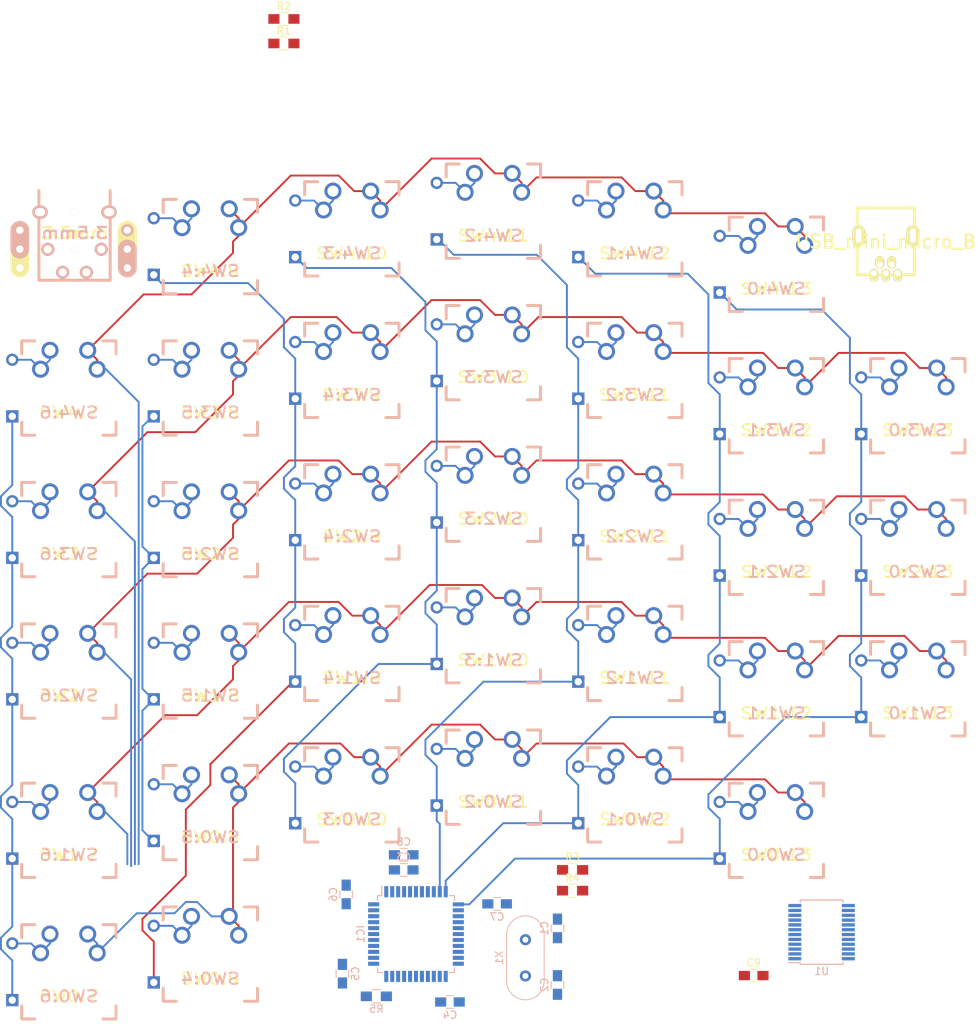
<source format=kicad_pcb>
(kicad_pcb (version 4) (host pcbnew 4.0.6)
  (layers (0 F.Cu signal) (31 B.Cu signal) (34 B.Paste user) (35 F.Paste user) (36 B.SilkS user) (37 F.SilkS user) (38 B.Mask user) (39 F.Mask user) (44 Edge.Cuts user))
  (net 0 "")
  (net 1 VCC)
  (net 2 GND)
  (net 3 /SDAM)
  (net 4 /SCLM)
  (net 5 /ROW0)
  (net 6 /ROW1)
  (net 7 /ROW2)
  (net 8 /ROW3)
  (net 9 "Net-(J1-Pad2)")
  (net 10 "Net-(J3-Pad4)")
  (net 11 "Net-(SW0:7-Pad2)")
  (net 12 /COL6)
  (net 13 "Net-(SW0:8-Pad2)")
  (net 14 "Net-(SW0:9-Pad2)")
  (net 15 "Net-(SW0:10-Pad2)")
  (net 16 "Net-(SW0:11-Pad2)")
  (net 17 "Net-(SW0:12-Pad2)")
  (net 18 "Net-(SW0:13-Pad2)")
  (net 19 "Net-(SW1:7-Pad2)")
  (net 20 "Net-(SW1:8-Pad2)")
  (net 21 "Net-(SW1:9-Pad2)")
  (net 22 "Net-(SW1:10-Pad2)")
  (net 23 "Net-(SW1:11-Pad2)")
  (net 24 "Net-(SW1:12-Pad2)")
  (net 25 "Net-(SW1:13-Pad2)")
  (net 26 "Net-(SW2:7-Pad2)")
  (net 27 "Net-(SW2:8-Pad2)")
  (net 28 "Net-(SW2:9-Pad2)")
  (net 29 "Net-(SW2:10-Pad2)")
  (net 30 "Net-(SW2:11-Pad2)")
  (net 31 "Net-(SW2:12-Pad2)")
  (net 32 "Net-(SW2:13-Pad2)")
  (net 33 "Net-(SW3:7-Pad2)")
  (net 34 "Net-(SW3:8-Pad2)")
  (net 35 "Net-(SW3:9-Pad2)")
  (net 36 "Net-(SW3:10-Pad2)")
  (net 37 "Net-(SW3:11-Pad2)")
  (net 38 "Net-(SW3:12-Pad2)")
  (net 39 "Net-(SW3:13-Pad2)")
  (net 40 /ROW4)
  (net 41 "Net-(SW4:7-Pad2)")
  (net 42 "Net-(SW4:9-Pad2)")
  (net 43 "Net-(SW4:10-Pad2)")
  (net 44 "Net-(SW4:11-Pad2)")
  (net 45 "Net-(SW4:12-Pad2)")
  (net 46 "Net-(SW4:13-Pad2)")
  (net 47 /COL5)
  (net 48 /COL4)
  (net 49 /COL10)
  (net 50 /COL11)
  (net 51 /COL1)
  (net 52 /COL0)
  (net 53 "Net-(C1-Pad1)")
  (net 54 "Net-(C2-Pad1)")
  (net 55 "Net-(C3-Pad1)")
  (net 56 "Net-(IC1-Pad3)")
  (net 57 "Net-(IC1-Pad4)")
  (net 58 "Net-(IC1-Pad33)")
  (net 59 "Net-(J2-Pad2)")
  (net 60 "Net-(J2-Pad3)")
  (module footprints:100PITCH1X3 (layer B.Cu) (at 103.124 55.118 90)
    (fp_text reference J4 hide)
    (fp_text value JMP hide)
    (pad 1 thru_hole circle (at -2.54 0 90) (size 1.651 1.651) (drill 0.9906) (layers *.Cu *.Mask B.SilkS) (net 1 VCC))
    (pad 2 thru_hole circle (at 0 0 90) (size 1.651 1.651) (drill 0.9906) (layers *.Cu *.Mask B.SilkS) (net 10 "Net-(J3-Pad4)"))
    (pad 3 thru_hole circle (at 2.54 0 90) (size 1.651 1.651) (drill 0.9906) (layers *.Cu *.Mask B.SilkS) (net 2 GND))
  )
  (module footprints:100PITCH1X3 (layer F.Cu) (at 88.646 55.118 90)
    (fp_text reference J1 hide)
    (fp_text value JMP hide)
    (pad 1 thru_hole circle (at -2.54 0 90) (size 1.651 1.651) (drill 0.9906) (layers *.Cu *.Mask F.SilkS) (net 1 VCC))
    (pad 2 thru_hole circle (at 0 0 90) (size 1.651 1.651) (drill 0.9906) (layers *.Cu *.Mask F.SilkS) (net 9 "Net-(J1-Pad2)"))
    (pad 3 thru_hole circle (at 2.54 0 90) (size 1.651 1.651) (drill 0.9906) (layers *.Cu *.Mask F.SilkS) (net 2 GND))
  )
  (module footprints:4pin35mmAudio (layer B.Cu) (at 96.012 47.244 270)
    (fp_text reference J3 hide)
    (fp_text value 3.5mm (at 5.715 0 540) (layer B.SilkS) (effects (font (size 1.524 1.778) (thickness 0.3048)) (justify mirror)))
    (fp_text user 3.5mm (at 5.715 0 540) (layer F.SilkS) (effects (font (size 1.524 1.778) (thickness 0.3048))))
    (pad 1 thru_hole oval (at 2.8956 4.6482 270) (size 1.7526 2.0574) (drill oval 1.0922 1.397) (layers *.Cu *.Mask B.SilkS) (net 9 "Net-(J1-Pad2)"))
    (pad 2 thru_hole circle (at 7.8994 -3.6068 270) (size 1.7526 1.7526) (drill 1.0922) (layers *.Cu *.Mask B.SilkS) (net 3 /SDAM))
    (pad 3 thru_hole circle (at 10.9982 1.6002 270) (size 1.7526 1.7526) (drill 1.0922) (layers *.Cu *.Mask B.SilkS) (net 4 /SCLM))
    (pad 4 thru_hole oval (at 2.8956 -4.6482 270) (size 1.7526 2.0574) (drill oval 1.0922 1.397) (layers *.Cu *.Mask B.SilkS) (net 10 "Net-(J3-Pad4)"))
    (pad 5 thru_hole circle (at 10.9982 -1.6002 270) (size 1.7526 1.7526) (drill 1.0922) (layers *.Cu *.Mask B.SilkS) (net 4 /SCLM))
    (pad 6 thru_hole circle (at 7.8994 3.6068 270) (size 1.7526 1.7526) (drill 1.0922) (layers *.Cu *.Mask B.SilkS) (net 3 /SDAM))
    (pad HOLE np_thru_hole circle (at 2.8956 0 270) (size 0.9906 0.9906) (drill 0.9906) (layers *.Cu *.Mask B.SilkS))
    (pad HOLE np_thru_hole circle (at 7.8994 0 270) (size 0.9906 0.9906) (drill 0.9906) (layers *.Cu *.Mask B.SilkS))
  )
  (module footprints:MX_FLIP_DIODE_mod (layer F.Cu) (at 95.25 152.4)
    (fp_text reference SW0:7 (at 0 3.302) (layer F.SilkS) (effects (font (size 1.524 1.778) (thickness 0.254))))
    (fp_text value SW0:6 (at 0 3.302) (layer B.SilkS) (effects (font (size 1.524 1.778) (thickness 0.254)) (justify mirror)))
    (pad 1 thru_hole circle (at 2.54 -5.08) (size 2.286 2.286) (drill 1.4986) (layers *.Cu *.Mask) (net 5 /ROW0))
    (pad 2 thru_hole circle (at -3.81 -2.54) (size 2.286 2.286) (drill 1.4986) (layers *.Cu *.Mask) (net 11 "Net-(SW0:7-Pad2)"))
    (pad "" np_thru_hole circle (at 0 0) (size 3.9878 3.9878) (drill 3.9878) (layers *.Cu *.Mask))
    (pad "" np_thru_hole circle (at -5.08 0) (size 1.7018 1.7018) (drill 1.7018) (layers *.Cu *.Mask))
    (pad "" np_thru_hole circle (at 5.08 0) (size 1.7018 1.7018) (drill 1.7018) (layers *.Cu *.Mask))
    (pad 1 thru_hole circle (at 3.81 -2.54) (size 2.286 2.286) (drill 1.4986) (layers *.Cu *.Mask) (net 5 /ROW0))
    (pad 2 thru_hole circle (at -2.54 -5.08) (size 2.286 2.286) (drill 1.4986) (layers *.Cu *.Mask) (net 11 "Net-(SW0:7-Pad2)"))
    (pad 3 thru_hole circle (at -7.62 -3.81) (size 1.651 1.651) (drill 0.9906) (layers *.Cu *.Mask) (net 11 "Net-(SW0:7-Pad2)"))
    (pad 4 thru_hole rect (at -7.62 3.81) (size 1.651 1.651) (drill 0.9906) (layers *.Cu *.Mask) (net 12 /COL6))
  )
  (module footprints:MX_FLIP_DIODE_mod (layer F.Cu) (at 114.3 130.96875)
    (fp_text reference SW0:8 (at 0 3.302) (layer F.SilkS) (effects (font (size 1.524 1.778) (thickness 0.254))))
    (fp_text value SW0:5 (at 0 3.302) (layer B.SilkS) (effects (font (size 1.524 1.778) (thickness 0.254)) (justify mirror)))
    (pad 1 thru_hole circle (at 2.54 -5.08) (size 2.286 2.286) (drill 1.4986) (layers *.Cu *.Mask) (net 5 /ROW0))
    (pad 2 thru_hole circle (at -3.81 -2.54) (size 2.286 2.286) (drill 1.4986) (layers *.Cu *.Mask) (net 13 "Net-(SW0:8-Pad2)"))
    (pad "" np_thru_hole circle (at 0 0) (size 3.9878 3.9878) (drill 3.9878) (layers *.Cu *.Mask))
    (pad "" np_thru_hole circle (at -5.08 0) (size 1.7018 1.7018) (drill 1.7018) (layers *.Cu *.Mask))
    (pad "" np_thru_hole circle (at 5.08 0) (size 1.7018 1.7018) (drill 1.7018) (layers *.Cu *.Mask))
    (pad 1 thru_hole circle (at 3.81 -2.54) (size 2.286 2.286) (drill 1.4986) (layers *.Cu *.Mask) (net 5 /ROW0))
    (pad 2 thru_hole circle (at -2.54 -5.08) (size 2.286 2.286) (drill 1.4986) (layers *.Cu *.Mask) (net 13 "Net-(SW0:8-Pad2)"))
    (pad 3 thru_hole circle (at -7.62 -3.81) (size 1.651 1.651) (drill 0.9906) (layers *.Cu *.Mask) (net 13 "Net-(SW0:8-Pad2)"))
    (pad 4 thru_hole rect (at -7.62 3.81) (size 1.651 1.651) (drill 0.9906) (layers *.Cu *.Mask) (net 47 /COL5))
  )
  (module footprints:MX_FLIP_DIODE_mod (layer F.Cu) (at 114.3 150.01875)
    (fp_text reference SW0:9 (at 0 3.302) (layer F.SilkS) (effects (font (size 1.524 1.778) (thickness 0.254))))
    (fp_text value SW0:4 (at 0 3.302) (layer B.SilkS) (effects (font (size 1.524 1.778) (thickness 0.254)) (justify mirror)))
    (pad 1 thru_hole circle (at 2.54 -5.08) (size 2.286 2.286) (drill 1.4986) (layers *.Cu *.Mask) (net 5 /ROW0))
    (pad 2 thru_hole circle (at -3.81 -2.54) (size 2.286 2.286) (drill 1.4986) (layers *.Cu *.Mask) (net 14 "Net-(SW0:9-Pad2)"))
    (pad "" np_thru_hole circle (at 0 0) (size 3.9878 3.9878) (drill 3.9878) (layers *.Cu *.Mask))
    (pad "" np_thru_hole circle (at -5.08 0) (size 1.7018 1.7018) (drill 1.7018) (layers *.Cu *.Mask))
    (pad "" np_thru_hole circle (at 5.08 0) (size 1.7018 1.7018) (drill 1.7018) (layers *.Cu *.Mask))
    (pad 1 thru_hole circle (at 3.81 -2.54) (size 2.286 2.286) (drill 1.4986) (layers *.Cu *.Mask) (net 5 /ROW0))
    (pad 2 thru_hole circle (at -2.54 -5.08) (size 2.286 2.286) (drill 1.4986) (layers *.Cu *.Mask) (net 14 "Net-(SW0:9-Pad2)"))
    (pad 3 thru_hole circle (at -7.62 -3.81) (size 1.651 1.651) (drill 0.9906) (layers *.Cu *.Mask) (net 14 "Net-(SW0:9-Pad2)"))
    (pad 4 thru_hole rect (at -7.62 3.81) (size 1.651 1.651) (drill 0.9906) (layers *.Cu *.Mask) (net 48 /COL4))
  )
  (module footprints:MX_FLIP_DIODE_mod (layer F.Cu) (at 133.35 128.5875)
    (fp_text reference SW0:10 (at 0 3.302) (layer F.SilkS) (effects (font (size 1.524 1.778) (thickness 0.254))))
    (fp_text value SW0:3 (at 0 3.302) (layer B.SilkS) (effects (font (size 1.524 1.778) (thickness 0.254)) (justify mirror)))
    (pad 1 thru_hole circle (at 2.54 -5.08) (size 2.286 2.286) (drill 1.4986) (layers *.Cu *.Mask) (net 5 /ROW0))
    (pad 2 thru_hole circle (at -3.81 -2.54) (size 2.286 2.286) (drill 1.4986) (layers *.Cu *.Mask) (net 15 "Net-(SW0:10-Pad2)"))
    (pad "" np_thru_hole circle (at 0 0) (size 3.9878 3.9878) (drill 3.9878) (layers *.Cu *.Mask))
    (pad "" np_thru_hole circle (at -5.08 0) (size 1.7018 1.7018) (drill 1.7018) (layers *.Cu *.Mask))
    (pad "" np_thru_hole circle (at 5.08 0) (size 1.7018 1.7018) (drill 1.7018) (layers *.Cu *.Mask))
    (pad 1 thru_hole circle (at 3.81 -2.54) (size 2.286 2.286) (drill 1.4986) (layers *.Cu *.Mask) (net 5 /ROW0))
    (pad 2 thru_hole circle (at -2.54 -5.08) (size 2.286 2.286) (drill 1.4986) (layers *.Cu *.Mask) (net 15 "Net-(SW0:10-Pad2)"))
    (pad 3 thru_hole circle (at -7.62 -3.81) (size 1.651 1.651) (drill 0.9906) (layers *.Cu *.Mask) (net 15 "Net-(SW0:10-Pad2)"))
    (pad 4 thru_hole rect (at -7.62 3.81) (size 1.651 1.651) (drill 0.9906) (layers *.Cu *.Mask) (net 49 /COL10))
  )
  (module footprints:MX_FLIP_DIODE_mod (layer F.Cu) (at 152.4 126.20625)
    (fp_text reference SW0:11 (at 0 3.302) (layer F.SilkS) (effects (font (size 1.524 1.778) (thickness 0.254))))
    (fp_text value SW0:2 (at 0 3.302) (layer B.SilkS) (effects (font (size 1.524 1.778) (thickness 0.254)) (justify mirror)))
    (pad 1 thru_hole circle (at 2.54 -5.08) (size 2.286 2.286) (drill 1.4986) (layers *.Cu *.Mask) (net 5 /ROW0))
    (pad 2 thru_hole circle (at -3.81 -2.54) (size 2.286 2.286) (drill 1.4986) (layers *.Cu *.Mask) (net 16 "Net-(SW0:11-Pad2)"))
    (pad "" np_thru_hole circle (at 0 0) (size 3.9878 3.9878) (drill 3.9878) (layers *.Cu *.Mask))
    (pad "" np_thru_hole circle (at -5.08 0) (size 1.7018 1.7018) (drill 1.7018) (layers *.Cu *.Mask))
    (pad "" np_thru_hole circle (at 5.08 0) (size 1.7018 1.7018) (drill 1.7018) (layers *.Cu *.Mask))
    (pad 1 thru_hole circle (at 3.81 -2.54) (size 2.286 2.286) (drill 1.4986) (layers *.Cu *.Mask) (net 5 /ROW0))
    (pad 2 thru_hole circle (at -2.54 -5.08) (size 2.286 2.286) (drill 1.4986) (layers *.Cu *.Mask) (net 16 "Net-(SW0:11-Pad2)"))
    (pad 3 thru_hole circle (at -7.62 -3.81) (size 1.651 1.651) (drill 0.9906) (layers *.Cu *.Mask) (net 16 "Net-(SW0:11-Pad2)"))
    (pad 4 thru_hole rect (at -7.62 3.81) (size 1.651 1.651) (drill 0.9906) (layers *.Cu *.Mask) (net 50 /COL11))
  )
  (module footprints:MX_FLIP_DIODE_mod (layer F.Cu) (at 171.45 128.5875)
    (fp_text reference SW0:12 (at 0 3.302) (layer F.SilkS) (effects (font (size 1.524 1.778) (thickness 0.254))))
    (fp_text value SW0:1 (at 0 3.302) (layer B.SilkS) (effects (font (size 1.524 1.778) (thickness 0.254)) (justify mirror)))
    (pad 1 thru_hole circle (at 2.54 -5.08) (size 2.286 2.286) (drill 1.4986) (layers *.Cu *.Mask) (net 5 /ROW0))
    (pad 2 thru_hole circle (at -3.81 -2.54) (size 2.286 2.286) (drill 1.4986) (layers *.Cu *.Mask) (net 17 "Net-(SW0:12-Pad2)"))
    (pad "" np_thru_hole circle (at 0 0) (size 3.9878 3.9878) (drill 3.9878) (layers *.Cu *.Mask))
    (pad "" np_thru_hole circle (at -5.08 0) (size 1.7018 1.7018) (drill 1.7018) (layers *.Cu *.Mask))
    (pad "" np_thru_hole circle (at 5.08 0) (size 1.7018 1.7018) (drill 1.7018) (layers *.Cu *.Mask))
    (pad 1 thru_hole circle (at 3.81 -2.54) (size 2.286 2.286) (drill 1.4986) (layers *.Cu *.Mask) (net 5 /ROW0))
    (pad 2 thru_hole circle (at -2.54 -5.08) (size 2.286 2.286) (drill 1.4986) (layers *.Cu *.Mask) (net 17 "Net-(SW0:12-Pad2)"))
    (pad 3 thru_hole circle (at -7.62 -3.81) (size 1.651 1.651) (drill 0.9906) (layers *.Cu *.Mask) (net 17 "Net-(SW0:12-Pad2)"))
    (pad 4 thru_hole rect (at -7.62 3.81) (size 1.651 1.651) (drill 0.9906) (layers *.Cu *.Mask) (net 51 /COL1))
  )
  (module footprints:MX_FLIP_DIODE_mod (layer F.Cu) (at 190.5 133.35)
    (fp_text reference SW0:13 (at 0 3.302) (layer F.SilkS) (effects (font (size 1.524 1.778) (thickness 0.254))))
    (fp_text value SW0:0 (at 0 3.302) (layer B.SilkS) (effects (font (size 1.524 1.778) (thickness 0.254)) (justify mirror)))
    (pad 1 thru_hole circle (at 2.54 -5.08) (size 2.286 2.286) (drill 1.4986) (layers *.Cu *.Mask) (net 5 /ROW0))
    (pad 2 thru_hole circle (at -3.81 -2.54) (size 2.286 2.286) (drill 1.4986) (layers *.Cu *.Mask) (net 18 "Net-(SW0:13-Pad2)"))
    (pad "" np_thru_hole circle (at 0 0) (size 3.9878 3.9878) (drill 3.9878) (layers *.Cu *.Mask))
    (pad "" np_thru_hole circle (at -5.08 0) (size 1.7018 1.7018) (drill 1.7018) (layers *.Cu *.Mask))
    (pad "" np_thru_hole circle (at 5.08 0) (size 1.7018 1.7018) (drill 1.7018) (layers *.Cu *.Mask))
    (pad 1 thru_hole circle (at 3.81 -2.54) (size 2.286 2.286) (drill 1.4986) (layers *.Cu *.Mask) (net 5 /ROW0))
    (pad 2 thru_hole circle (at -2.54 -5.08) (size 2.286 2.286) (drill 1.4986) (layers *.Cu *.Mask) (net 18 "Net-(SW0:13-Pad2)"))
    (pad 3 thru_hole circle (at -7.62 -3.81) (size 1.651 1.651) (drill 0.9906) (layers *.Cu *.Mask) (net 18 "Net-(SW0:13-Pad2)"))
    (pad 4 thru_hole rect (at -7.62 3.81) (size 1.651 1.651) (drill 0.9906) (layers *.Cu *.Mask) (net 52 /COL0))
  )
  (module footprints:MX_FLIP_DIODE_mod (layer F.Cu) (at 95.25 133.35)
    (fp_text reference SW1:7 (at 0 3.302) (layer F.SilkS) (effects (font (size 1.524 1.778) (thickness 0.254))))
    (fp_text value SW1:6 (at 0 3.302) (layer B.SilkS) (effects (font (size 1.524 1.778) (thickness 0.254)) (justify mirror)))
    (pad 1 thru_hole circle (at 2.54 -5.08) (size 2.286 2.286) (drill 1.4986) (layers *.Cu *.Mask) (net 6 /ROW1))
    (pad 2 thru_hole circle (at -3.81 -2.54) (size 2.286 2.286) (drill 1.4986) (layers *.Cu *.Mask) (net 19 "Net-(SW1:7-Pad2)"))
    (pad "" np_thru_hole circle (at 0 0) (size 3.9878 3.9878) (drill 3.9878) (layers *.Cu *.Mask))
    (pad "" np_thru_hole circle (at -5.08 0) (size 1.7018 1.7018) (drill 1.7018) (layers *.Cu *.Mask))
    (pad "" np_thru_hole circle (at 5.08 0) (size 1.7018 1.7018) (drill 1.7018) (layers *.Cu *.Mask))
    (pad 1 thru_hole circle (at 3.81 -2.54) (size 2.286 2.286) (drill 1.4986) (layers *.Cu *.Mask) (net 6 /ROW1))
    (pad 2 thru_hole circle (at -2.54 -5.08) (size 2.286 2.286) (drill 1.4986) (layers *.Cu *.Mask) (net 19 "Net-(SW1:7-Pad2)"))
    (pad 3 thru_hole circle (at -7.62 -3.81) (size 1.651 1.651) (drill 0.9906) (layers *.Cu *.Mask) (net 19 "Net-(SW1:7-Pad2)"))
    (pad 4 thru_hole rect (at -7.62 3.81) (size 1.651 1.651) (drill 0.9906) (layers *.Cu *.Mask) (net 12 /COL6))
  )
  (module footprints:MX_FLIP_DIODE_mod (layer F.Cu) (at 114.3 111.91875)
    (fp_text reference SW1:8 (at 0 3.302) (layer F.SilkS) (effects (font (size 1.524 1.778) (thickness 0.254))))
    (fp_text value SW1:5 (at 0 3.302) (layer B.SilkS) (effects (font (size 1.524 1.778) (thickness 0.254)) (justify mirror)))
    (pad 1 thru_hole circle (at 2.54 -5.08) (size 2.286 2.286) (drill 1.4986) (layers *.Cu *.Mask) (net 6 /ROW1))
    (pad 2 thru_hole circle (at -3.81 -2.54) (size 2.286 2.286) (drill 1.4986) (layers *.Cu *.Mask) (net 20 "Net-(SW1:8-Pad2)"))
    (pad "" np_thru_hole circle (at 0 0) (size 3.9878 3.9878) (drill 3.9878) (layers *.Cu *.Mask))
    (pad "" np_thru_hole circle (at -5.08 0) (size 1.7018 1.7018) (drill 1.7018) (layers *.Cu *.Mask))
    (pad "" np_thru_hole circle (at 5.08 0) (size 1.7018 1.7018) (drill 1.7018) (layers *.Cu *.Mask))
    (pad 1 thru_hole circle (at 3.81 -2.54) (size 2.286 2.286) (drill 1.4986) (layers *.Cu *.Mask) (net 6 /ROW1))
    (pad 2 thru_hole circle (at -2.54 -5.08) (size 2.286 2.286) (drill 1.4986) (layers *.Cu *.Mask) (net 20 "Net-(SW1:8-Pad2)"))
    (pad 3 thru_hole circle (at -7.62 -3.81) (size 1.651 1.651) (drill 0.9906) (layers *.Cu *.Mask) (net 20 "Net-(SW1:8-Pad2)"))
    (pad 4 thru_hole rect (at -7.62 3.81) (size 1.651 1.651) (drill 0.9906) (layers *.Cu *.Mask) (net 47 /COL5))
  )
  (module footprints:MX_FLIP_DIODE_mod (layer F.Cu) (at 133.35 109.5375)
    (fp_text reference SW1:9 (at 0 3.302) (layer F.SilkS) (effects (font (size 1.524 1.778) (thickness 0.254))))
    (fp_text value SW1:4 (at 0 3.302) (layer B.SilkS) (effects (font (size 1.524 1.778) (thickness 0.254)) (justify mirror)))
    (pad 1 thru_hole circle (at 2.54 -5.08) (size 2.286 2.286) (drill 1.4986) (layers *.Cu *.Mask) (net 6 /ROW1))
    (pad 2 thru_hole circle (at -3.81 -2.54) (size 2.286 2.286) (drill 1.4986) (layers *.Cu *.Mask) (net 21 "Net-(SW1:9-Pad2)"))
    (pad "" np_thru_hole circle (at 0 0) (size 3.9878 3.9878) (drill 3.9878) (layers *.Cu *.Mask))
    (pad "" np_thru_hole circle (at -5.08 0) (size 1.7018 1.7018) (drill 1.7018) (layers *.Cu *.Mask))
    (pad "" np_thru_hole circle (at 5.08 0) (size 1.7018 1.7018) (drill 1.7018) (layers *.Cu *.Mask))
    (pad 1 thru_hole circle (at 3.81 -2.54) (size 2.286 2.286) (drill 1.4986) (layers *.Cu *.Mask) (net 6 /ROW1))
    (pad 2 thru_hole circle (at -2.54 -5.08) (size 2.286 2.286) (drill 1.4986) (layers *.Cu *.Mask) (net 21 "Net-(SW1:9-Pad2)"))
    (pad 3 thru_hole circle (at -7.62 -3.81) (size 1.651 1.651) (drill 0.9906) (layers *.Cu *.Mask) (net 21 "Net-(SW1:9-Pad2)"))
    (pad 4 thru_hole rect (at -7.62 3.81) (size 1.651 1.651) (drill 0.9906) (layers *.Cu *.Mask) (net 48 /COL4))
  )
  (module footprints:MX_FLIP_DIODE_mod (layer F.Cu) (at 152.4 107.15625)
    (fp_text reference SW1:10 (at 0 3.302) (layer F.SilkS) (effects (font (size 1.524 1.778) (thickness 0.254))))
    (fp_text value SW1:3 (at 0 3.302) (layer B.SilkS) (effects (font (size 1.524 1.778) (thickness 0.254)) (justify mirror)))
    (pad 1 thru_hole circle (at 2.54 -5.08) (size 2.286 2.286) (drill 1.4986) (layers *.Cu *.Mask) (net 6 /ROW1))
    (pad 2 thru_hole circle (at -3.81 -2.54) (size 2.286 2.286) (drill 1.4986) (layers *.Cu *.Mask) (net 22 "Net-(SW1:10-Pad2)"))
    (pad "" np_thru_hole circle (at 0 0) (size 3.9878 3.9878) (drill 3.9878) (layers *.Cu *.Mask))
    (pad "" np_thru_hole circle (at -5.08 0) (size 1.7018 1.7018) (drill 1.7018) (layers *.Cu *.Mask))
    (pad "" np_thru_hole circle (at 5.08 0) (size 1.7018 1.7018) (drill 1.7018) (layers *.Cu *.Mask))
    (pad 1 thru_hole circle (at 3.81 -2.54) (size 2.286 2.286) (drill 1.4986) (layers *.Cu *.Mask) (net 6 /ROW1))
    (pad 2 thru_hole circle (at -2.54 -5.08) (size 2.286 2.286) (drill 1.4986) (layers *.Cu *.Mask) (net 22 "Net-(SW1:10-Pad2)"))
    (pad 3 thru_hole circle (at -7.62 -3.81) (size 1.651 1.651) (drill 0.9906) (layers *.Cu *.Mask) (net 22 "Net-(SW1:10-Pad2)"))
    (pad 4 thru_hole rect (at -7.62 3.81) (size 1.651 1.651) (drill 0.9906) (layers *.Cu *.Mask) (net 49 /COL10))
  )
  (module footprints:MX_FLIP_DIODE_mod (layer F.Cu) (at 171.45 109.5375)
    (fp_text reference SW1:11 (at 0 3.302) (layer F.SilkS) (effects (font (size 1.524 1.778) (thickness 0.254))))
    (fp_text value SW1:2 (at 0 3.302) (layer B.SilkS) (effects (font (size 1.524 1.778) (thickness 0.254)) (justify mirror)))
    (pad 1 thru_hole circle (at 2.54 -5.08) (size 2.286 2.286) (drill 1.4986) (layers *.Cu *.Mask) (net 6 /ROW1))
    (pad 2 thru_hole circle (at -3.81 -2.54) (size 2.286 2.286) (drill 1.4986) (layers *.Cu *.Mask) (net 23 "Net-(SW1:11-Pad2)"))
    (pad "" np_thru_hole circle (at 0 0) (size 3.9878 3.9878) (drill 3.9878) (layers *.Cu *.Mask))
    (pad "" np_thru_hole circle (at -5.08 0) (size 1.7018 1.7018) (drill 1.7018) (layers *.Cu *.Mask))
    (pad "" np_thru_hole circle (at 5.08 0) (size 1.7018 1.7018) (drill 1.7018) (layers *.Cu *.Mask))
    (pad 1 thru_hole circle (at 3.81 -2.54) (size 2.286 2.286) (drill 1.4986) (layers *.Cu *.Mask) (net 6 /ROW1))
    (pad 2 thru_hole circle (at -2.54 -5.08) (size 2.286 2.286) (drill 1.4986) (layers *.Cu *.Mask) (net 23 "Net-(SW1:11-Pad2)"))
    (pad 3 thru_hole circle (at -7.62 -3.81) (size 1.651 1.651) (drill 0.9906) (layers *.Cu *.Mask) (net 23 "Net-(SW1:11-Pad2)"))
    (pad 4 thru_hole rect (at -7.62 3.81) (size 1.651 1.651) (drill 0.9906) (layers *.Cu *.Mask) (net 50 /COL11))
  )
  (module footprints:MX_FLIP_DIODE_mod (layer F.Cu) (at 190.5 114.3)
    (fp_text reference SW1:12 (at 0 3.302) (layer F.SilkS) (effects (font (size 1.524 1.778) (thickness 0.254))))
    (fp_text value SW1:1 (at 0 3.302) (layer B.SilkS) (effects (font (size 1.524 1.778) (thickness 0.254)) (justify mirror)))
    (pad 1 thru_hole circle (at 2.54 -5.08) (size 2.286 2.286) (drill 1.4986) (layers *.Cu *.Mask) (net 6 /ROW1))
    (pad 2 thru_hole circle (at -3.81 -2.54) (size 2.286 2.286) (drill 1.4986) (layers *.Cu *.Mask) (net 24 "Net-(SW1:12-Pad2)"))
    (pad "" np_thru_hole circle (at 0 0) (size 3.9878 3.9878) (drill 3.9878) (layers *.Cu *.Mask))
    (pad "" np_thru_hole circle (at -5.08 0) (size 1.7018 1.7018) (drill 1.7018) (layers *.Cu *.Mask))
    (pad "" np_thru_hole circle (at 5.08 0) (size 1.7018 1.7018) (drill 1.7018) (layers *.Cu *.Mask))
    (pad 1 thru_hole circle (at 3.81 -2.54) (size 2.286 2.286) (drill 1.4986) (layers *.Cu *.Mask) (net 6 /ROW1))
    (pad 2 thru_hole circle (at -2.54 -5.08) (size 2.286 2.286) (drill 1.4986) (layers *.Cu *.Mask) (net 24 "Net-(SW1:12-Pad2)"))
    (pad 3 thru_hole circle (at -7.62 -3.81) (size 1.651 1.651) (drill 0.9906) (layers *.Cu *.Mask) (net 24 "Net-(SW1:12-Pad2)"))
    (pad 4 thru_hole rect (at -7.62 3.81) (size 1.651 1.651) (drill 0.9906) (layers *.Cu *.Mask) (net 51 /COL1))
  )
  (module footprints:MX_FLIP_DIODE_mod (layer F.Cu) (at 209.55 114.3)
    (fp_text reference SW1:13 (at 0 3.302) (layer F.SilkS) (effects (font (size 1.524 1.778) (thickness 0.254))))
    (fp_text value SW1:0 (at 0 3.302) (layer B.SilkS) (effects (font (size 1.524 1.778) (thickness 0.254)) (justify mirror)))
    (pad 1 thru_hole circle (at 2.54 -5.08) (size 2.286 2.286) (drill 1.4986) (layers *.Cu *.Mask) (net 6 /ROW1))
    (pad 2 thru_hole circle (at -3.81 -2.54) (size 2.286 2.286) (drill 1.4986) (layers *.Cu *.Mask) (net 25 "Net-(SW1:13-Pad2)"))
    (pad "" np_thru_hole circle (at 0 0) (size 3.9878 3.9878) (drill 3.9878) (layers *.Cu *.Mask))
    (pad "" np_thru_hole circle (at -5.08 0) (size 1.7018 1.7018) (drill 1.7018) (layers *.Cu *.Mask))
    (pad "" np_thru_hole circle (at 5.08 0) (size 1.7018 1.7018) (drill 1.7018) (layers *.Cu *.Mask))
    (pad 1 thru_hole circle (at 3.81 -2.54) (size 2.286 2.286) (drill 1.4986) (layers *.Cu *.Mask) (net 6 /ROW1))
    (pad 2 thru_hole circle (at -2.54 -5.08) (size 2.286 2.286) (drill 1.4986) (layers *.Cu *.Mask) (net 25 "Net-(SW1:13-Pad2)"))
    (pad 3 thru_hole circle (at -7.62 -3.81) (size 1.651 1.651) (drill 0.9906) (layers *.Cu *.Mask) (net 25 "Net-(SW1:13-Pad2)"))
    (pad 4 thru_hole rect (at -7.62 3.81) (size 1.651 1.651) (drill 0.9906) (layers *.Cu *.Mask) (net 52 /COL0))
  )
  (module footprints:MX_FLIP_DIODE_mod (layer F.Cu) (at 95.25 111.91875)
    (fp_text reference SW2:7 (at 0 3.302) (layer F.SilkS) (effects (font (size 1.524 1.778) (thickness 0.254))))
    (fp_text value SW2:6 (at 0 3.302) (layer B.SilkS) (effects (font (size 1.524 1.778) (thickness 0.254)) (justify mirror)))
    (pad 1 thru_hole circle (at 2.54 -5.08) (size 2.286 2.286) (drill 1.4986) (layers *.Cu *.Mask) (net 7 /ROW2))
    (pad 2 thru_hole circle (at -3.81 -2.54) (size 2.286 2.286) (drill 1.4986) (layers *.Cu *.Mask) (net 26 "Net-(SW2:7-Pad2)"))
    (pad "" np_thru_hole circle (at 0 0) (size 3.9878 3.9878) (drill 3.9878) (layers *.Cu *.Mask))
    (pad "" np_thru_hole circle (at -5.08 0) (size 1.7018 1.7018) (drill 1.7018) (layers *.Cu *.Mask))
    (pad "" np_thru_hole circle (at 5.08 0) (size 1.7018 1.7018) (drill 1.7018) (layers *.Cu *.Mask))
    (pad 1 thru_hole circle (at 3.81 -2.54) (size 2.286 2.286) (drill 1.4986) (layers *.Cu *.Mask) (net 7 /ROW2))
    (pad 2 thru_hole circle (at -2.54 -5.08) (size 2.286 2.286) (drill 1.4986) (layers *.Cu *.Mask) (net 26 "Net-(SW2:7-Pad2)"))
    (pad 3 thru_hole circle (at -7.62 -3.81) (size 1.651 1.651) (drill 0.9906) (layers *.Cu *.Mask) (net 26 "Net-(SW2:7-Pad2)"))
    (pad 4 thru_hole rect (at -7.62 3.81) (size 1.651 1.651) (drill 0.9906) (layers *.Cu *.Mask) (net 12 /COL6))
  )
  (module footprints:MX_FLIP_DIODE_mod (layer F.Cu) (at 114.3 92.86875)
    (fp_text reference SW2:8 (at 0 3.302) (layer F.SilkS) (effects (font (size 1.524 1.778) (thickness 0.254))))
    (fp_text value SW2:5 (at 0 3.302) (layer B.SilkS) (effects (font (size 1.524 1.778) (thickness 0.254)) (justify mirror)))
    (pad 1 thru_hole circle (at 2.54 -5.08) (size 2.286 2.286) (drill 1.4986) (layers *.Cu *.Mask) (net 7 /ROW2))
    (pad 2 thru_hole circle (at -3.81 -2.54) (size 2.286 2.286) (drill 1.4986) (layers *.Cu *.Mask) (net 27 "Net-(SW2:8-Pad2)"))
    (pad "" np_thru_hole circle (at 0 0) (size 3.9878 3.9878) (drill 3.9878) (layers *.Cu *.Mask))
    (pad "" np_thru_hole circle (at -5.08 0) (size 1.7018 1.7018) (drill 1.7018) (layers *.Cu *.Mask))
    (pad "" np_thru_hole circle (at 5.08 0) (size 1.7018 1.7018) (drill 1.7018) (layers *.Cu *.Mask))
    (pad 1 thru_hole circle (at 3.81 -2.54) (size 2.286 2.286) (drill 1.4986) (layers *.Cu *.Mask) (net 7 /ROW2))
    (pad 2 thru_hole circle (at -2.54 -5.08) (size 2.286 2.286) (drill 1.4986) (layers *.Cu *.Mask) (net 27 "Net-(SW2:8-Pad2)"))
    (pad 3 thru_hole circle (at -7.62 -3.81) (size 1.651 1.651) (drill 0.9906) (layers *.Cu *.Mask) (net 27 "Net-(SW2:8-Pad2)"))
    (pad 4 thru_hole rect (at -7.62 3.81) (size 1.651 1.651) (drill 0.9906) (layers *.Cu *.Mask) (net 47 /COL5))
  )
  (module footprints:MX_FLIP_DIODE_mod (layer F.Cu) (at 133.35 90.4875)
    (fp_text reference SW2:9 (at 0 3.302) (layer F.SilkS) (effects (font (size 1.524 1.778) (thickness 0.254))))
    (fp_text value SW2:4 (at 0 3.302) (layer B.SilkS) (effects (font (size 1.524 1.778) (thickness 0.254)) (justify mirror)))
    (pad 1 thru_hole circle (at 2.54 -5.08) (size 2.286 2.286) (drill 1.4986) (layers *.Cu *.Mask) (net 7 /ROW2))
    (pad 2 thru_hole circle (at -3.81 -2.54) (size 2.286 2.286) (drill 1.4986) (layers *.Cu *.Mask) (net 28 "Net-(SW2:9-Pad2)"))
    (pad "" np_thru_hole circle (at 0 0) (size 3.9878 3.9878) (drill 3.9878) (layers *.Cu *.Mask))
    (pad "" np_thru_hole circle (at -5.08 0) (size 1.7018 1.7018) (drill 1.7018) (layers *.Cu *.Mask))
    (pad "" np_thru_hole circle (at 5.08 0) (size 1.7018 1.7018) (drill 1.7018) (layers *.Cu *.Mask))
    (pad 1 thru_hole circle (at 3.81 -2.54) (size 2.286 2.286) (drill 1.4986) (layers *.Cu *.Mask) (net 7 /ROW2))
    (pad 2 thru_hole circle (at -2.54 -5.08) (size 2.286 2.286) (drill 1.4986) (layers *.Cu *.Mask) (net 28 "Net-(SW2:9-Pad2)"))
    (pad 3 thru_hole circle (at -7.62 -3.81) (size 1.651 1.651) (drill 0.9906) (layers *.Cu *.Mask) (net 28 "Net-(SW2:9-Pad2)"))
    (pad 4 thru_hole rect (at -7.62 3.81) (size 1.651 1.651) (drill 0.9906) (layers *.Cu *.Mask) (net 48 /COL4))
  )
  (module footprints:MX_FLIP_DIODE_mod (layer F.Cu) (at 152.4 88.10625)
    (fp_text reference SW2:10 (at 0 3.302) (layer F.SilkS) (effects (font (size 1.524 1.778) (thickness 0.254))))
    (fp_text value SW2:3 (at 0 3.302) (layer B.SilkS) (effects (font (size 1.524 1.778) (thickness 0.254)) (justify mirror)))
    (pad 1 thru_hole circle (at 2.54 -5.08) (size 2.286 2.286) (drill 1.4986) (layers *.Cu *.Mask) (net 7 /ROW2))
    (pad 2 thru_hole circle (at -3.81 -2.54) (size 2.286 2.286) (drill 1.4986) (layers *.Cu *.Mask) (net 29 "Net-(SW2:10-Pad2)"))
    (pad "" np_thru_hole circle (at 0 0) (size 3.9878 3.9878) (drill 3.9878) (layers *.Cu *.Mask))
    (pad "" np_thru_hole circle (at -5.08 0) (size 1.7018 1.7018) (drill 1.7018) (layers *.Cu *.Mask))
    (pad "" np_thru_hole circle (at 5.08 0) (size 1.7018 1.7018) (drill 1.7018) (layers *.Cu *.Mask))
    (pad 1 thru_hole circle (at 3.81 -2.54) (size 2.286 2.286) (drill 1.4986) (layers *.Cu *.Mask) (net 7 /ROW2))
    (pad 2 thru_hole circle (at -2.54 -5.08) (size 2.286 2.286) (drill 1.4986) (layers *.Cu *.Mask) (net 29 "Net-(SW2:10-Pad2)"))
    (pad 3 thru_hole circle (at -7.62 -3.81) (size 1.651 1.651) (drill 0.9906) (layers *.Cu *.Mask) (net 29 "Net-(SW2:10-Pad2)"))
    (pad 4 thru_hole rect (at -7.62 3.81) (size 1.651 1.651) (drill 0.9906) (layers *.Cu *.Mask) (net 49 /COL10))
  )
  (module footprints:MX_FLIP_DIODE_mod (layer F.Cu) (at 171.45 90.4875)
    (fp_text reference SW2:11 (at 0 3.302) (layer F.SilkS) (effects (font (size 1.524 1.778) (thickness 0.254))))
    (fp_text value SW2:2 (at 0 3.302) (layer B.SilkS) (effects (font (size 1.524 1.778) (thickness 0.254)) (justify mirror)))
    (pad 1 thru_hole circle (at 2.54 -5.08) (size 2.286 2.286) (drill 1.4986) (layers *.Cu *.Mask) (net 7 /ROW2))
    (pad 2 thru_hole circle (at -3.81 -2.54) (size 2.286 2.286) (drill 1.4986) (layers *.Cu *.Mask) (net 30 "Net-(SW2:11-Pad2)"))
    (pad "" np_thru_hole circle (at 0 0) (size 3.9878 3.9878) (drill 3.9878) (layers *.Cu *.Mask))
    (pad "" np_thru_hole circle (at -5.08 0) (size 1.7018 1.7018) (drill 1.7018) (layers *.Cu *.Mask))
    (pad "" np_thru_hole circle (at 5.08 0) (size 1.7018 1.7018) (drill 1.7018) (layers *.Cu *.Mask))
    (pad 1 thru_hole circle (at 3.81 -2.54) (size 2.286 2.286) (drill 1.4986) (layers *.Cu *.Mask) (net 7 /ROW2))
    (pad 2 thru_hole circle (at -2.54 -5.08) (size 2.286 2.286) (drill 1.4986) (layers *.Cu *.Mask) (net 30 "Net-(SW2:11-Pad2)"))
    (pad 3 thru_hole circle (at -7.62 -3.81) (size 1.651 1.651) (drill 0.9906) (layers *.Cu *.Mask) (net 30 "Net-(SW2:11-Pad2)"))
    (pad 4 thru_hole rect (at -7.62 3.81) (size 1.651 1.651) (drill 0.9906) (layers *.Cu *.Mask) (net 50 /COL11))
  )
  (module footprints:MX_FLIP_DIODE_mod (layer F.Cu) (at 190.5 95.25)
    (fp_text reference SW2:12 (at 0 3.302) (layer F.SilkS) (effects (font (size 1.524 1.778) (thickness 0.254))))
    (fp_text value SW2:1 (at 0 3.302) (layer B.SilkS) (effects (font (size 1.524 1.778) (thickness 0.254)) (justify mirror)))
    (pad 1 thru_hole circle (at 2.54 -5.08) (size 2.286 2.286) (drill 1.4986) (layers *.Cu *.Mask) (net 7 /ROW2))
    (pad 2 thru_hole circle (at -3.81 -2.54) (size 2.286 2.286) (drill 1.4986) (layers *.Cu *.Mask) (net 31 "Net-(SW2:12-Pad2)"))
    (pad "" np_thru_hole circle (at 0 0) (size 3.9878 3.9878) (drill 3.9878) (layers *.Cu *.Mask))
    (pad "" np_thru_hole circle (at -5.08 0) (size 1.7018 1.7018) (drill 1.7018) (layers *.Cu *.Mask))
    (pad "" np_thru_hole circle (at 5.08 0) (size 1.7018 1.7018) (drill 1.7018) (layers *.Cu *.Mask))
    (pad 1 thru_hole circle (at 3.81 -2.54) (size 2.286 2.286) (drill 1.4986) (layers *.Cu *.Mask) (net 7 /ROW2))
    (pad 2 thru_hole circle (at -2.54 -5.08) (size 2.286 2.286) (drill 1.4986) (layers *.Cu *.Mask) (net 31 "Net-(SW2:12-Pad2)"))
    (pad 3 thru_hole circle (at -7.62 -3.81) (size 1.651 1.651) (drill 0.9906) (layers *.Cu *.Mask) (net 31 "Net-(SW2:12-Pad2)"))
    (pad 4 thru_hole rect (at -7.62 3.81) (size 1.651 1.651) (drill 0.9906) (layers *.Cu *.Mask) (net 51 /COL1))
  )
  (module footprints:MX_FLIP_DIODE_mod (layer F.Cu) (at 209.55 95.25)
    (fp_text reference SW2:13 (at 0 3.302) (layer F.SilkS) (effects (font (size 1.524 1.778) (thickness 0.254))))
    (fp_text value SW2:0 (at 0 3.302) (layer B.SilkS) (effects (font (size 1.524 1.778) (thickness 0.254)) (justify mirror)))
    (pad 1 thru_hole circle (at 2.54 -5.08) (size 2.286 2.286) (drill 1.4986) (layers *.Cu *.Mask) (net 7 /ROW2))
    (pad 2 thru_hole circle (at -3.81 -2.54) (size 2.286 2.286) (drill 1.4986) (layers *.Cu *.Mask) (net 32 "Net-(SW2:13-Pad2)"))
    (pad "" np_thru_hole circle (at 0 0) (size 3.9878 3.9878) (drill 3.9878) (layers *.Cu *.Mask))
    (pad "" np_thru_hole circle (at -5.08 0) (size 1.7018 1.7018) (drill 1.7018) (layers *.Cu *.Mask))
    (pad "" np_thru_hole circle (at 5.08 0) (size 1.7018 1.7018) (drill 1.7018) (layers *.Cu *.Mask))
    (pad 1 thru_hole circle (at 3.81 -2.54) (size 2.286 2.286) (drill 1.4986) (layers *.Cu *.Mask) (net 7 /ROW2))
    (pad 2 thru_hole circle (at -2.54 -5.08) (size 2.286 2.286) (drill 1.4986) (layers *.Cu *.Mask) (net 32 "Net-(SW2:13-Pad2)"))
    (pad 3 thru_hole circle (at -7.62 -3.81) (size 1.651 1.651) (drill 0.9906) (layers *.Cu *.Mask) (net 32 "Net-(SW2:13-Pad2)"))
    (pad 4 thru_hole rect (at -7.62 3.81) (size 1.651 1.651) (drill 0.9906) (layers *.Cu *.Mask) (net 52 /COL0))
  )
  (module footprints:MX_FLIP_DIODE_mod (layer F.Cu) (at 95.25 92.86875)
    (fp_text reference SW3:7 (at 0 3.302) (layer F.SilkS) (effects (font (size 1.524 1.778) (thickness 0.254))))
    (fp_text value SW3:6 (at 0 3.302) (layer B.SilkS) (effects (font (size 1.524 1.778) (thickness 0.254)) (justify mirror)))
    (pad 1 thru_hole circle (at 2.54 -5.08) (size 2.286 2.286) (drill 1.4986) (layers *.Cu *.Mask) (net 8 /ROW3))
    (pad 2 thru_hole circle (at -3.81 -2.54) (size 2.286 2.286) (drill 1.4986) (layers *.Cu *.Mask) (net 33 "Net-(SW3:7-Pad2)"))
    (pad "" np_thru_hole circle (at 0 0) (size 3.9878 3.9878) (drill 3.9878) (layers *.Cu *.Mask))
    (pad "" np_thru_hole circle (at -5.08 0) (size 1.7018 1.7018) (drill 1.7018) (layers *.Cu *.Mask))
    (pad "" np_thru_hole circle (at 5.08 0) (size 1.7018 1.7018) (drill 1.7018) (layers *.Cu *.Mask))
    (pad 1 thru_hole circle (at 3.81 -2.54) (size 2.286 2.286) (drill 1.4986) (layers *.Cu *.Mask) (net 8 /ROW3))
    (pad 2 thru_hole circle (at -2.54 -5.08) (size 2.286 2.286) (drill 1.4986) (layers *.Cu *.Mask) (net 33 "Net-(SW3:7-Pad2)"))
    (pad 3 thru_hole circle (at -7.62 -3.81) (size 1.651 1.651) (drill 0.9906) (layers *.Cu *.Mask) (net 33 "Net-(SW3:7-Pad2)"))
    (pad 4 thru_hole rect (at -7.62 3.81) (size 1.651 1.651) (drill 0.9906) (layers *.Cu *.Mask) (net 12 /COL6))
  )
  (module footprints:MX_FLIP_DIODE_mod (layer F.Cu) (at 114.3 73.81875)
    (fp_text reference SW3:8 (at 0 3.302) (layer F.SilkS) (effects (font (size 1.524 1.778) (thickness 0.254))))
    (fp_text value SW3:5 (at 0 3.302) (layer B.SilkS) (effects (font (size 1.524 1.778) (thickness 0.254)) (justify mirror)))
    (pad 1 thru_hole circle (at 2.54 -5.08) (size 2.286 2.286) (drill 1.4986) (layers *.Cu *.Mask) (net 8 /ROW3))
    (pad 2 thru_hole circle (at -3.81 -2.54) (size 2.286 2.286) (drill 1.4986) (layers *.Cu *.Mask) (net 34 "Net-(SW3:8-Pad2)"))
    (pad "" np_thru_hole circle (at 0 0) (size 3.9878 3.9878) (drill 3.9878) (layers *.Cu *.Mask))
    (pad "" np_thru_hole circle (at -5.08 0) (size 1.7018 1.7018) (drill 1.7018) (layers *.Cu *.Mask))
    (pad "" np_thru_hole circle (at 5.08 0) (size 1.7018 1.7018) (drill 1.7018) (layers *.Cu *.Mask))
    (pad 1 thru_hole circle (at 3.81 -2.54) (size 2.286 2.286) (drill 1.4986) (layers *.Cu *.Mask) (net 8 /ROW3))
    (pad 2 thru_hole circle (at -2.54 -5.08) (size 2.286 2.286) (drill 1.4986) (layers *.Cu *.Mask) (net 34 "Net-(SW3:8-Pad2)"))
    (pad 3 thru_hole circle (at -7.62 -3.81) (size 1.651 1.651) (drill 0.9906) (layers *.Cu *.Mask) (net 34 "Net-(SW3:8-Pad2)"))
    (pad 4 thru_hole rect (at -7.62 3.81) (size 1.651 1.651) (drill 0.9906) (layers *.Cu *.Mask) (net 47 /COL5))
  )
  (module footprints:MX_FLIP_DIODE_mod (layer F.Cu) (at 133.35 71.4375)
    (fp_text reference SW3:9 (at 0 3.302) (layer F.SilkS) (effects (font (size 1.524 1.778) (thickness 0.254))))
    (fp_text value SW3:4 (at 0 3.302) (layer B.SilkS) (effects (font (size 1.524 1.778) (thickness 0.254)) (justify mirror)))
    (pad 1 thru_hole circle (at 2.54 -5.08) (size 2.286 2.286) (drill 1.4986) (layers *.Cu *.Mask) (net 8 /ROW3))
    (pad 2 thru_hole circle (at -3.81 -2.54) (size 2.286 2.286) (drill 1.4986) (layers *.Cu *.Mask) (net 35 "Net-(SW3:9-Pad2)"))
    (pad "" np_thru_hole circle (at 0 0) (size 3.9878 3.9878) (drill 3.9878) (layers *.Cu *.Mask))
    (pad "" np_thru_hole circle (at -5.08 0) (size 1.7018 1.7018) (drill 1.7018) (layers *.Cu *.Mask))
    (pad "" np_thru_hole circle (at 5.08 0) (size 1.7018 1.7018) (drill 1.7018) (layers *.Cu *.Mask))
    (pad 1 thru_hole circle (at 3.81 -2.54) (size 2.286 2.286) (drill 1.4986) (layers *.Cu *.Mask) (net 8 /ROW3))
    (pad 2 thru_hole circle (at -2.54 -5.08) (size 2.286 2.286) (drill 1.4986) (layers *.Cu *.Mask) (net 35 "Net-(SW3:9-Pad2)"))
    (pad 3 thru_hole circle (at -7.62 -3.81) (size 1.651 1.651) (drill 0.9906) (layers *.Cu *.Mask) (net 35 "Net-(SW3:9-Pad2)"))
    (pad 4 thru_hole rect (at -7.62 3.81) (size 1.651 1.651) (drill 0.9906) (layers *.Cu *.Mask) (net 48 /COL4))
  )
  (module footprints:MX_FLIP_DIODE_mod (layer F.Cu) (at 152.4 69.05625)
    (fp_text reference SW3:10 (at 0 3.302) (layer F.SilkS) (effects (font (size 1.524 1.778) (thickness 0.254))))
    (fp_text value SW3:3 (at 0 3.302) (layer B.SilkS) (effects (font (size 1.524 1.778) (thickness 0.254)) (justify mirror)))
    (pad 1 thru_hole circle (at 2.54 -5.08) (size 2.286 2.286) (drill 1.4986) (layers *.Cu *.Mask) (net 8 /ROW3))
    (pad 2 thru_hole circle (at -3.81 -2.54) (size 2.286 2.286) (drill 1.4986) (layers *.Cu *.Mask) (net 36 "Net-(SW3:10-Pad2)"))
    (pad "" np_thru_hole circle (at 0 0) (size 3.9878 3.9878) (drill 3.9878) (layers *.Cu *.Mask))
    (pad "" np_thru_hole circle (at -5.08 0) (size 1.7018 1.7018) (drill 1.7018) (layers *.Cu *.Mask))
    (pad "" np_thru_hole circle (at 5.08 0) (size 1.7018 1.7018) (drill 1.7018) (layers *.Cu *.Mask))
    (pad 1 thru_hole circle (at 3.81 -2.54) (size 2.286 2.286) (drill 1.4986) (layers *.Cu *.Mask) (net 8 /ROW3))
    (pad 2 thru_hole circle (at -2.54 -5.08) (size 2.286 2.286) (drill 1.4986) (layers *.Cu *.Mask) (net 36 "Net-(SW3:10-Pad2)"))
    (pad 3 thru_hole circle (at -7.62 -3.81) (size 1.651 1.651) (drill 0.9906) (layers *.Cu *.Mask) (net 36 "Net-(SW3:10-Pad2)"))
    (pad 4 thru_hole rect (at -7.62 3.81) (size 1.651 1.651) (drill 0.9906) (layers *.Cu *.Mask) (net 49 /COL10))
  )
  (module footprints:MX_FLIP_DIODE_mod (layer F.Cu) (at 171.45 71.4375)
    (fp_text reference SW3:11 (at 0 3.302) (layer F.SilkS) (effects (font (size 1.524 1.778) (thickness 0.254))))
    (fp_text value SW3:2 (at 0 3.302) (layer B.SilkS) (effects (font (size 1.524 1.778) (thickness 0.254)) (justify mirror)))
    (pad 1 thru_hole circle (at 2.54 -5.08) (size 2.286 2.286) (drill 1.4986) (layers *.Cu *.Mask) (net 8 /ROW3))
    (pad 2 thru_hole circle (at -3.81 -2.54) (size 2.286 2.286) (drill 1.4986) (layers *.Cu *.Mask) (net 37 "Net-(SW3:11-Pad2)"))
    (pad "" np_thru_hole circle (at 0 0) (size 3.9878 3.9878) (drill 3.9878) (layers *.Cu *.Mask))
    (pad "" np_thru_hole circle (at -5.08 0) (size 1.7018 1.7018) (drill 1.7018) (layers *.Cu *.Mask))
    (pad "" np_thru_hole circle (at 5.08 0) (size 1.7018 1.7018) (drill 1.7018) (layers *.Cu *.Mask))
    (pad 1 thru_hole circle (at 3.81 -2.54) (size 2.286 2.286) (drill 1.4986) (layers *.Cu *.Mask) (net 8 /ROW3))
    (pad 2 thru_hole circle (at -2.54 -5.08) (size 2.286 2.286) (drill 1.4986) (layers *.Cu *.Mask) (net 37 "Net-(SW3:11-Pad2)"))
    (pad 3 thru_hole circle (at -7.62 -3.81) (size 1.651 1.651) (drill 0.9906) (layers *.Cu *.Mask) (net 37 "Net-(SW3:11-Pad2)"))
    (pad 4 thru_hole rect (at -7.62 3.81) (size 1.651 1.651) (drill 0.9906) (layers *.Cu *.Mask) (net 50 /COL11))
  )
  (module footprints:MX_FLIP_DIODE_mod (layer F.Cu) (at 190.5 76.2)
    (fp_text reference SW3:12 (at 0 3.302) (layer F.SilkS) (effects (font (size 1.524 1.778) (thickness 0.254))))
    (fp_text value SW3:1 (at 0 3.302) (layer B.SilkS) (effects (font (size 1.524 1.778) (thickness 0.254)) (justify mirror)))
    (pad 1 thru_hole circle (at 2.54 -5.08) (size 2.286 2.286) (drill 1.4986) (layers *.Cu *.Mask) (net 8 /ROW3))
    (pad 2 thru_hole circle (at -3.81 -2.54) (size 2.286 2.286) (drill 1.4986) (layers *.Cu *.Mask) (net 38 "Net-(SW3:12-Pad2)"))
    (pad "" np_thru_hole circle (at 0 0) (size 3.9878 3.9878) (drill 3.9878) (layers *.Cu *.Mask))
    (pad "" np_thru_hole circle (at -5.08 0) (size 1.7018 1.7018) (drill 1.7018) (layers *.Cu *.Mask))
    (pad "" np_thru_hole circle (at 5.08 0) (size 1.7018 1.7018) (drill 1.7018) (layers *.Cu *.Mask))
    (pad 1 thru_hole circle (at 3.81 -2.54) (size 2.286 2.286) (drill 1.4986) (layers *.Cu *.Mask) (net 8 /ROW3))
    (pad 2 thru_hole circle (at -2.54 -5.08) (size 2.286 2.286) (drill 1.4986) (layers *.Cu *.Mask) (net 38 "Net-(SW3:12-Pad2)"))
    (pad 3 thru_hole circle (at -7.62 -3.81) (size 1.651 1.651) (drill 0.9906) (layers *.Cu *.Mask) (net 38 "Net-(SW3:12-Pad2)"))
    (pad 4 thru_hole rect (at -7.62 3.81) (size 1.651 1.651) (drill 0.9906) (layers *.Cu *.Mask) (net 51 /COL1))
  )
  (module footprints:MX_FLIP_DIODE_mod (layer F.Cu) (at 209.55 76.2)
    (fp_text reference SW3:13 (at 0 3.302) (layer F.SilkS) (effects (font (size 1.524 1.778) (thickness 0.254))))
    (fp_text value SW3:0 (at 0 3.302) (layer B.SilkS) (effects (font (size 1.524 1.778) (thickness 0.254)) (justify mirror)))
    (pad 1 thru_hole circle (at 2.54 -5.08) (size 2.286 2.286) (drill 1.4986) (layers *.Cu *.Mask) (net 8 /ROW3))
    (pad 2 thru_hole circle (at -3.81 -2.54) (size 2.286 2.286) (drill 1.4986) (layers *.Cu *.Mask) (net 39 "Net-(SW3:13-Pad2)"))
    (pad "" np_thru_hole circle (at 0 0) (size 3.9878 3.9878) (drill 3.9878) (layers *.Cu *.Mask))
    (pad "" np_thru_hole circle (at -5.08 0) (size 1.7018 1.7018) (drill 1.7018) (layers *.Cu *.Mask))
    (pad "" np_thru_hole circle (at 5.08 0) (size 1.7018 1.7018) (drill 1.7018) (layers *.Cu *.Mask))
    (pad 1 thru_hole circle (at 3.81 -2.54) (size 2.286 2.286) (drill 1.4986) (layers *.Cu *.Mask) (net 8 /ROW3))
    (pad 2 thru_hole circle (at -2.54 -5.08) (size 2.286 2.286) (drill 1.4986) (layers *.Cu *.Mask) (net 39 "Net-(SW3:13-Pad2)"))
    (pad 3 thru_hole circle (at -7.62 -3.81) (size 1.651 1.651) (drill 0.9906) (layers *.Cu *.Mask) (net 39 "Net-(SW3:13-Pad2)"))
    (pad 4 thru_hole rect (at -7.62 3.81) (size 1.651 1.651) (drill 0.9906) (layers *.Cu *.Mask) (net 52 /COL0))
  )
  (module footprints:MX_FLIP_DIODE_mod (layer F.Cu) (at 95.25 73.81875)
    (fp_text reference SW4:7 (at 0 3.302) (layer F.SilkS) (effects (font (size 1.524 1.778) (thickness 0.254))))
    (fp_text value SW4:6 (at 0 3.302) (layer B.SilkS) (effects (font (size 1.524 1.778) (thickness 0.254)) (justify mirror)))
    (pad 1 thru_hole circle (at 2.54 -5.08) (size 2.286 2.286) (drill 1.4986) (layers *.Cu *.Mask) (net 40 /ROW4))
    (pad 2 thru_hole circle (at -3.81 -2.54) (size 2.286 2.286) (drill 1.4986) (layers *.Cu *.Mask) (net 41 "Net-(SW4:7-Pad2)"))
    (pad "" np_thru_hole circle (at 0 0) (size 3.9878 3.9878) (drill 3.9878) (layers *.Cu *.Mask))
    (pad "" np_thru_hole circle (at -5.08 0) (size 1.7018 1.7018) (drill 1.7018) (layers *.Cu *.Mask))
    (pad "" np_thru_hole circle (at 5.08 0) (size 1.7018 1.7018) (drill 1.7018) (layers *.Cu *.Mask))
    (pad 1 thru_hole circle (at 3.81 -2.54) (size 2.286 2.286) (drill 1.4986) (layers *.Cu *.Mask) (net 40 /ROW4))
    (pad 2 thru_hole circle (at -2.54 -5.08) (size 2.286 2.286) (drill 1.4986) (layers *.Cu *.Mask) (net 41 "Net-(SW4:7-Pad2)"))
    (pad 3 thru_hole circle (at -7.62 -3.81) (size 1.651 1.651) (drill 0.9906) (layers *.Cu *.Mask) (net 41 "Net-(SW4:7-Pad2)"))
    (pad 4 thru_hole rect (at -7.62 3.81) (size 1.651 1.651) (drill 0.9906) (layers *.Cu *.Mask) (net 12 /COL6))
  )
  (module footprints:MX_FLIP_DIODE_mod (layer F.Cu) (at 114.3 54.76875)
    (fp_text reference SW4:9 (at 0 3.302) (layer F.SilkS) (effects (font (size 1.524 1.778) (thickness 0.254))))
    (fp_text value SW4:4 (at 0 3.302) (layer B.SilkS) (effects (font (size 1.524 1.778) (thickness 0.254)) (justify mirror)))
    (pad 1 thru_hole circle (at 2.54 -5.08) (size 2.286 2.286) (drill 1.4986) (layers *.Cu *.Mask) (net 40 /ROW4))
    (pad 2 thru_hole circle (at -3.81 -2.54) (size 2.286 2.286) (drill 1.4986) (layers *.Cu *.Mask) (net 42 "Net-(SW4:9-Pad2)"))
    (pad "" np_thru_hole circle (at 0 0) (size 3.9878 3.9878) (drill 3.9878) (layers *.Cu *.Mask))
    (pad "" np_thru_hole circle (at -5.08 0) (size 1.7018 1.7018) (drill 1.7018) (layers *.Cu *.Mask))
    (pad "" np_thru_hole circle (at 5.08 0) (size 1.7018 1.7018) (drill 1.7018) (layers *.Cu *.Mask))
    (pad 1 thru_hole circle (at 3.81 -2.54) (size 2.286 2.286) (drill 1.4986) (layers *.Cu *.Mask) (net 40 /ROW4))
    (pad 2 thru_hole circle (at -2.54 -5.08) (size 2.286 2.286) (drill 1.4986) (layers *.Cu *.Mask) (net 42 "Net-(SW4:9-Pad2)"))
    (pad 3 thru_hole circle (at -7.62 -3.81) (size 1.651 1.651) (drill 0.9906) (layers *.Cu *.Mask) (net 42 "Net-(SW4:9-Pad2)"))
    (pad 4 thru_hole rect (at -7.62 3.81) (size 1.651 1.651) (drill 0.9906) (layers *.Cu *.Mask) (net 48 /COL4))
  )
  (module footprints:MX_FLIP_DIODE_mod (layer F.Cu) (at 133.35 52.3875)
    (fp_text reference SW4:10 (at 0 3.302) (layer F.SilkS) (effects (font (size 1.524 1.778) (thickness 0.254))))
    (fp_text value SW4:3 (at 0 3.302) (layer B.SilkS) (effects (font (size 1.524 1.778) (thickness 0.254)) (justify mirror)))
    (pad 1 thru_hole circle (at 2.54 -5.08) (size 2.286 2.286) (drill 1.4986) (layers *.Cu *.Mask) (net 40 /ROW4))
    (pad 2 thru_hole circle (at -3.81 -2.54) (size 2.286 2.286) (drill 1.4986) (layers *.Cu *.Mask) (net 43 "Net-(SW4:10-Pad2)"))
    (pad "" np_thru_hole circle (at 0 0) (size 3.9878 3.9878) (drill 3.9878) (layers *.Cu *.Mask))
    (pad "" np_thru_hole circle (at -5.08 0) (size 1.7018 1.7018) (drill 1.7018) (layers *.Cu *.Mask))
    (pad "" np_thru_hole circle (at 5.08 0) (size 1.7018 1.7018) (drill 1.7018) (layers *.Cu *.Mask))
    (pad 1 thru_hole circle (at 3.81 -2.54) (size 2.286 2.286) (drill 1.4986) (layers *.Cu *.Mask) (net 40 /ROW4))
    (pad 2 thru_hole circle (at -2.54 -5.08) (size 2.286 2.286) (drill 1.4986) (layers *.Cu *.Mask) (net 43 "Net-(SW4:10-Pad2)"))
    (pad 3 thru_hole circle (at -7.62 -3.81) (size 1.651 1.651) (drill 0.9906) (layers *.Cu *.Mask) (net 43 "Net-(SW4:10-Pad2)"))
    (pad 4 thru_hole rect (at -7.62 3.81) (size 1.651 1.651) (drill 0.9906) (layers *.Cu *.Mask) (net 49 /COL10))
  )
  (module footprints:MX_FLIP_DIODE_mod (layer F.Cu) (at 152.4 50.00625)
    (fp_text reference SW4:11 (at 0 3.302) (layer F.SilkS) (effects (font (size 1.524 1.778) (thickness 0.254))))
    (fp_text value SW4:2 (at 0 3.302) (layer B.SilkS) (effects (font (size 1.524 1.778) (thickness 0.254)) (justify mirror)))
    (pad 1 thru_hole circle (at 2.54 -5.08) (size 2.286 2.286) (drill 1.4986) (layers *.Cu *.Mask) (net 40 /ROW4))
    (pad 2 thru_hole circle (at -3.81 -2.54) (size 2.286 2.286) (drill 1.4986) (layers *.Cu *.Mask) (net 44 "Net-(SW4:11-Pad2)"))
    (pad "" np_thru_hole circle (at 0 0) (size 3.9878 3.9878) (drill 3.9878) (layers *.Cu *.Mask))
    (pad "" np_thru_hole circle (at -5.08 0) (size 1.7018 1.7018) (drill 1.7018) (layers *.Cu *.Mask))
    (pad "" np_thru_hole circle (at 5.08 0) (size 1.7018 1.7018) (drill 1.7018) (layers *.Cu *.Mask))
    (pad 1 thru_hole circle (at 3.81 -2.54) (size 2.286 2.286) (drill 1.4986) (layers *.Cu *.Mask) (net 40 /ROW4))
    (pad 2 thru_hole circle (at -2.54 -5.08) (size 2.286 2.286) (drill 1.4986) (layers *.Cu *.Mask) (net 44 "Net-(SW4:11-Pad2)"))
    (pad 3 thru_hole circle (at -7.62 -3.81) (size 1.651 1.651) (drill 0.9906) (layers *.Cu *.Mask) (net 44 "Net-(SW4:11-Pad2)"))
    (pad 4 thru_hole rect (at -7.62 3.81) (size 1.651 1.651) (drill 0.9906) (layers *.Cu *.Mask) (net 50 /COL11))
  )
  (module footprints:MX_FLIP_DIODE_mod (layer F.Cu) (at 171.45 52.3875)
    (fp_text reference SW4:12 (at 0 3.302) (layer F.SilkS) (effects (font (size 1.524 1.778) (thickness 0.254))))
    (fp_text value SW4:1 (at 0 3.302) (layer B.SilkS) (effects (font (size 1.524 1.778) (thickness 0.254)) (justify mirror)))
    (pad 1 thru_hole circle (at 2.54 -5.08) (size 2.286 2.286) (drill 1.4986) (layers *.Cu *.Mask) (net 40 /ROW4))
    (pad 2 thru_hole circle (at -3.81 -2.54) (size 2.286 2.286) (drill 1.4986) (layers *.Cu *.Mask) (net 45 "Net-(SW4:12-Pad2)"))
    (pad "" np_thru_hole circle (at 0 0) (size 3.9878 3.9878) (drill 3.9878) (layers *.Cu *.Mask))
    (pad "" np_thru_hole circle (at -5.08 0) (size 1.7018 1.7018) (drill 1.7018) (layers *.Cu *.Mask))
    (pad "" np_thru_hole circle (at 5.08 0) (size 1.7018 1.7018) (drill 1.7018) (layers *.Cu *.Mask))
    (pad 1 thru_hole circle (at 3.81 -2.54) (size 2.286 2.286) (drill 1.4986) (layers *.Cu *.Mask) (net 40 /ROW4))
    (pad 2 thru_hole circle (at -2.54 -5.08) (size 2.286 2.286) (drill 1.4986) (layers *.Cu *.Mask) (net 45 "Net-(SW4:12-Pad2)"))
    (pad 3 thru_hole circle (at -7.62 -3.81) (size 1.651 1.651) (drill 0.9906) (layers *.Cu *.Mask) (net 45 "Net-(SW4:12-Pad2)"))
    (pad 4 thru_hole rect (at -7.62 3.81) (size 1.651 1.651) (drill 0.9906) (layers *.Cu *.Mask) (net 51 /COL1))
  )
  (module footprints:MX_FLIP_DIODE_mod (layer F.Cu) (at 190.5 57.15)
    (fp_text reference SW4:13 (at 0 3.302) (layer F.SilkS) (effects (font (size 1.524 1.778) (thickness 0.254))))
    (fp_text value SW4:0 (at 0 3.302) (layer B.SilkS) (effects (font (size 1.524 1.778) (thickness 0.254)) (justify mirror)))
    (pad 1 thru_hole circle (at 2.54 -5.08) (size 2.286 2.286) (drill 1.4986) (layers *.Cu *.Mask) (net 40 /ROW4))
    (pad 2 thru_hole circle (at -3.81 -2.54) (size 2.286 2.286) (drill 1.4986) (layers *.Cu *.Mask) (net 46 "Net-(SW4:13-Pad2)"))
    (pad "" np_thru_hole circle (at 0 0) (size 3.9878 3.9878) (drill 3.9878) (layers *.Cu *.Mask))
    (pad "" np_thru_hole circle (at -5.08 0) (size 1.7018 1.7018) (drill 1.7018) (layers *.Cu *.Mask))
    (pad "" np_thru_hole circle (at 5.08 0) (size 1.7018 1.7018) (drill 1.7018) (layers *.Cu *.Mask))
    (pad 1 thru_hole circle (at 3.81 -2.54) (size 2.286 2.286) (drill 1.4986) (layers *.Cu *.Mask) (net 40 /ROW4))
    (pad 2 thru_hole circle (at -2.54 -5.08) (size 2.286 2.286) (drill 1.4986) (layers *.Cu *.Mask) (net 46 "Net-(SW4:13-Pad2)"))
    (pad 3 thru_hole circle (at -7.62 -3.81) (size 1.651 1.651) (drill 0.9906) (layers *.Cu *.Mask) (net 46 "Net-(SW4:13-Pad2)"))
    (pad 4 thru_hole rect (at -7.62 3.81) (size 1.651 1.651) (drill 0.9906) (layers *.Cu *.Mask) (net 52 /COL0))
  )
  (module Capacitors_SMD:C_0805_HandSoldering (layer B.Cu) (at 161.036 146.558 270)
    (fp_text reference C1 (at 0 1.75 270) (layer B.SilkS) (effects (justify mirror)))
    (fp_text value 32pF)
    (pad 1 smd rect (at -1.25 0 270) (size 1.5 1.25) (layers B.Cu B.Paste B.Mask) (net 53 "Net-(C1-Pad1)"))
    (pad 2 smd rect (at 1.25 0 270) (size 1.5 1.25) (layers B.Cu B.Paste B.Mask) (net 2 GND))
  )
  (module Capacitors_SMD:C_0805_HandSoldering (layer B.Cu) (at 161.036 154.178 270)
    (fp_text reference C2 (at 0 1.75 270) (layer B.SilkS) (effects (justify mirror)))
    (fp_text value 32pF)
    (pad 1 smd rect (at -1.25 0 270) (size 1.5 1.25) (layers B.Cu B.Paste B.Mask) (net 54 "Net-(C2-Pad1)"))
    (pad 2 smd rect (at 1.25 0 270) (size 1.5 1.25) (layers B.Cu B.Paste B.Mask) (net 2 GND))
  )
  (module Capacitors_SMD:C_0805_HandSoldering (layer B.Cu) (at 140.335 138.684 180)
    (fp_text reference C3 (at 0 1.75 180) (layer B.SilkS) (effects (justify mirror)))
    (fp_text value 1uF)
    (pad 1 smd rect (at -1.25 0 180) (size 1.5 1.25) (layers B.Cu B.Paste B.Mask) (net 55 "Net-(C3-Pad1)"))
    (pad 2 smd rect (at 1.25 0 180) (size 1.5 1.25) (layers B.Cu B.Paste B.Mask) (net 2 GND))
  )
  (module Capacitors_SMD:C_0805_HandSoldering (layer B.Cu) (at 146.558 156.464)
    (fp_text reference C4 (at 0 1.75) (layer B.SilkS) (effects (justify mirror)))
    (fp_text value 1uF)
    (pad 1 smd rect (at -1.25 0) (size 1.5 1.25) (layers B.Cu B.Paste B.Mask) (net 1 VCC))
    (pad 2 smd rect (at 1.25 0) (size 1.5 1.25) (layers B.Cu B.Paste B.Mask) (net 2 GND))
  )
  (module Capacitors_SMD:C_0805_HandSoldering (layer B.Cu) (at 132.08 152.654 90)
    (fp_text reference C5 (at 0 1.75 90) (layer B.SilkS) (effects (justify mirror)))
    (fp_text value 1uF)
    (pad 1 smd rect (at -1.25 0 90) (size 1.5 1.25) (layers B.Cu B.Paste B.Mask) (net 1 VCC))
    (pad 2 smd rect (at 1.25 0 90) (size 1.5 1.25) (layers B.Cu B.Paste B.Mask) (net 2 GND))
  )
  (module Capacitors_SMD:C_0805_HandSoldering (layer B.Cu) (at 132.588 141.986 270)
    (fp_text reference C6 (at 0 1.75 270) (layer B.SilkS) (effects (justify mirror)))
    (fp_text value 1uF)
    (pad 1 smd rect (at -1.25 0 270) (size 1.5 1.25) (layers B.Cu B.Paste B.Mask) (net 1 VCC))
    (pad 2 smd rect (at 1.25 0 270) (size 1.5 1.25) (layers B.Cu B.Paste B.Mask) (net 2 GND))
  )
  (module Capacitors_SMD:C_0805_HandSoldering (layer B.Cu) (at 152.908 143.256)
    (fp_text reference C7 (at 0 1.75) (layer B.SilkS) (effects (justify mirror)))
    (fp_text value 1uF)
    (pad 1 smd rect (at -1.25 0) (size 1.5 1.25) (layers B.Cu B.Paste B.Mask) (net 1 VCC))
    (pad 2 smd rect (at 1.25 0) (size 1.5 1.25) (layers B.Cu B.Paste B.Mask) (net 2 GND))
  )
  (module Capacitors_SMD:C_0805_HandSoldering (layer B.Cu) (at 140.335 136.652 180)
    (fp_text reference C8 (at 0 1.75 180) (layer B.SilkS) (effects (justify mirror)))
    (fp_text value 1uF)
    (pad 1 smd rect (at -1.25 0 180) (size 1.5 1.25) (layers B.Cu B.Paste B.Mask) (net 1 VCC))
    (pad 2 smd rect (at 1.25 0 180) (size 1.5 1.25) (layers B.Cu B.Paste B.Mask) (net 2 GND))
  )
  (module Capacitors_SMD:C_0805_HandSoldering (layer F.Cu) (at 187.452 152.908)
    (fp_text reference C9 (at 0 -1.75) (layer F.SilkS))
    (fp_text value 1uF)
    (pad 1 smd rect (at -1.25 0) (size 1.5 1.25) (layers F.Cu F.Paste F.Mask) (net 1 VCC))
    (pad 2 smd rect (at 1.25 0) (size 1.5 1.25) (layers F.Cu F.Paste F.Mask) (net 2 GND))
  )
  (module Housings_QFP:TQFP-44_10x10mm_Pitch0.8mm (layer B.Cu) (at 141.986 147.32 270)
    (fp_text reference IC1 (at 0 7.45 270) (layer B.SilkS) (effects (justify mirror)))
    (fp_text value ATMEGA32U4)
    (pad 1 smd rect (at -5.7 4 270) (size 1.5 0.55) (layers B.Cu B.Paste B.Mask))
    (pad 2 smd rect (at -5.7 3.2 270) (size 1.5 0.55) (layers B.Cu B.Paste B.Mask) (net 1 VCC))
    (pad 3 smd rect (at -5.7 2.4 270) (size 1.5 0.55) (layers B.Cu B.Paste B.Mask) (net 56 "Net-(IC1-Pad3)"))
    (pad 4 smd rect (at -5.7 1.6 270) (size 1.5 0.55) (layers B.Cu B.Paste B.Mask) (net 57 "Net-(IC1-Pad4)"))
    (pad 5 smd rect (at -5.7 0.8 270) (size 1.5 0.55) (layers B.Cu B.Paste B.Mask) (net 2 GND))
    (pad 6 smd rect (at -5.7 0 270) (size 1.5 0.55) (layers B.Cu B.Paste B.Mask) (net 55 "Net-(C3-Pad1)"))
    (pad 7 smd rect (at -5.7 -0.8 270) (size 1.5 0.55) (layers B.Cu B.Paste B.Mask) (net 1 VCC))
    (pad 8 smd rect (at -5.7 -1.6 270) (size 1.5 0.55) (layers B.Cu B.Paste B.Mask))
    (pad 9 smd rect (at -5.7 -2.4 270) (size 1.5 0.55) (layers B.Cu B.Paste B.Mask))
    (pad 10 smd rect (at -5.7 -3.2 270) (size 1.5 0.55) (layers B.Cu B.Paste B.Mask) (net 50 /COL11))
    (pad 11 smd rect (at -5.7 -4 270) (size 1.5 0.55) (layers B.Cu B.Paste B.Mask) (net 51 /COL1))
    (pad 12 smd rect (at -4 -5.7 180) (size 1.5 0.55) (layers B.Cu B.Paste B.Mask) (net 52 /COL0))
    (pad 13 smd rect (at -3.2 -5.7 180) (size 1.5 0.55) (layers B.Cu B.Paste B.Mask))
    (pad 14 smd rect (at -2.4 -5.7 180) (size 1.5 0.55) (layers B.Cu B.Paste B.Mask) (net 1 VCC))
    (pad 15 smd rect (at -1.6 -5.7 180) (size 1.5 0.55) (layers B.Cu B.Paste B.Mask) (net 2 GND))
    (pad 16 smd rect (at -0.8 -5.7 180) (size 1.5 0.55) (layers B.Cu B.Paste B.Mask) (net 53 "Net-(C1-Pad1)"))
    (pad 17 smd rect (at 0 -5.7 180) (size 1.5 0.55) (layers B.Cu B.Paste B.Mask) (net 54 "Net-(C2-Pad1)"))
    (pad 18 smd rect (at 0.8 -5.7 180) (size 1.5 0.55) (layers B.Cu B.Paste B.Mask) (net 4 /SCLM))
    (pad 19 smd rect (at 1.6 -5.7 180) (size 1.5 0.55) (layers B.Cu B.Paste B.Mask) (net 3 /SDAM))
    (pad 20 smd rect (at 2.4 -5.7 180) (size 1.5 0.55) (layers B.Cu B.Paste B.Mask))
    (pad 21 smd rect (at 3.2 -5.7 180) (size 1.5 0.55) (layers B.Cu B.Paste B.Mask))
    (pad 22 smd rect (at 4 -5.7 180) (size 1.5 0.55) (layers B.Cu B.Paste B.Mask))
    (pad 23 smd rect (at 5.7 -4 270) (size 1.5 0.55) (layers B.Cu B.Paste B.Mask) (net 2 GND))
    (pad 24 smd rect (at 5.7 -3.2 270) (size 1.5 0.55) (layers B.Cu B.Paste B.Mask) (net 1 VCC))
    (pad 25 smd rect (at 5.7 -2.4 270) (size 1.5 0.55) (layers B.Cu B.Paste B.Mask))
    (pad 26 smd rect (at 5.7 -1.6 270) (size 1.5 0.55) (layers B.Cu B.Paste B.Mask))
    (pad 27 smd rect (at 5.7 -0.8 270) (size 1.5 0.55) (layers B.Cu B.Paste B.Mask))
    (pad 28 smd rect (at 5.7 0 270) (size 1.5 0.55) (layers B.Cu B.Paste B.Mask))
    (pad 29 smd rect (at 5.7 0.8 270) (size 1.5 0.55) (layers B.Cu B.Paste B.Mask))
    (pad 30 smd rect (at 5.7 1.6 270) (size 1.5 0.55) (layers B.Cu B.Paste B.Mask) (net 12 /COL6))
    (pad 31 smd rect (at 5.7 2.4 270) (size 1.5 0.55) (layers B.Cu B.Paste B.Mask) (net 5 /ROW0))
    (pad 32 smd rect (at 5.7 3.2 270) (size 1.5 0.55) (layers B.Cu B.Paste B.Mask) (net 48 /COL4))
    (pad 33 smd rect (at 5.7 4 270) (size 1.5 0.55) (layers B.Cu B.Paste B.Mask) (net 58 "Net-(IC1-Pad33)"))
    (pad 34 smd rect (at 4 5.7 180) (size 1.5 0.55) (layers B.Cu B.Paste B.Mask) (net 1 VCC))
    (pad 35 smd rect (at 3.2 5.7 180) (size 1.5 0.55) (layers B.Cu B.Paste B.Mask) (net 2 GND))
    (pad 36 smd rect (at 2.4 5.7 180) (size 1.5 0.55) (layers B.Cu B.Paste B.Mask) (net 6 /ROW1))
    (pad 37 smd rect (at 1.6 5.7 180) (size 1.5 0.55) (layers B.Cu B.Paste B.Mask) (net 7 /ROW2))
    (pad 38 smd rect (at 0.8 5.7 180) (size 1.5 0.55) (layers B.Cu B.Paste B.Mask) (net 8 /ROW3))
    (pad 39 smd rect (at 0 5.7 180) (size 1.5 0.55) (layers B.Cu B.Paste B.Mask) (net 40 /ROW4))
    (pad 40 smd rect (at -0.8 5.7 180) (size 1.5 0.55) (layers B.Cu B.Paste B.Mask) (net 47 /COL5))
    (pad 41 smd rect (at -1.6 5.7 180) (size 1.5 0.55) (layers B.Cu B.Paste B.Mask) (net 49 /COL10))
    (pad 42 smd rect (at -2.4 5.7 180) (size 1.5 0.55) (layers B.Cu B.Paste B.Mask))
    (pad 43 smd rect (at -3.2 5.7 180) (size 1.5 0.55) (layers B.Cu B.Paste B.Mask) (net 2 GND))
    (pad 44 smd rect (at -4 5.7 180) (size 1.5 0.55) (layers B.Cu B.Paste B.Mask) (net 1 VCC))
  )
  (module Resistors_SMD:R_0805_HandSoldering (layer F.Cu) (at 163.068 138.684)
    (fp_text reference R3 (at 0 -1.7) (layer F.SilkS))
    (fp_text value 22)
    (pad 1 smd rect (at -1.35 0) (size 1.5 1.3) (layers F.Cu F.Paste F.Mask) (net 56 "Net-(IC1-Pad3)"))
    (pad 2 smd rect (at 1.35 0) (size 1.5 1.3) (layers F.Cu F.Paste F.Mask) (net 59 "Net-(J2-Pad2)"))
  )
  (module Resistors_SMD:R_0805_HandSoldering (layer F.Cu) (at 163.068 141.478)
    (fp_text reference R4 (at 0 -1.7) (layer F.SilkS))
    (fp_text value 22)
    (pad 1 smd rect (at -1.35 0) (size 1.5 1.3) (layers F.Cu F.Paste F.Mask) (net 57 "Net-(IC1-Pad4)"))
    (pad 2 smd rect (at 1.35 0) (size 1.5 1.3) (layers F.Cu F.Paste F.Mask) (net 60 "Net-(J2-Pad3)"))
  )
  (module Resistors_SMD:R_0805_HandSoldering (layer B.Cu) (at 136.652 155.702)
    (fp_text reference R5 (at 0 1.7) (layer B.SilkS) (effects (justify mirror)))
    (fp_text value 1k)
    (pad 1 smd rect (at -1.35 0) (size 1.5 1.3) (layers B.Cu B.Paste B.Mask) (net 2 GND))
    (pad 2 smd rect (at 1.35 0) (size 1.5 1.3) (layers B.Cu B.Paste B.Mask) (net 58 "Net-(IC1-Pad33)"))
  )
  (module Housings_SSOP:SSOP-24_5.3x8.2mm_Pitch0.65mm (layer B.Cu) (at 196.596 147.066)
    (fp_text reference U1 (at 0 5.25) (layer B.SilkS) (effects (justify mirror)))
    (fp_text value MCP23018-SSOP)
    (pad 1 smd rect (at -3.6 3.575) (size 1.75 0.45) (layers B.Cu B.Paste B.Mask) (net 2 GND))
    (pad 2 smd rect (at -3.6 2.925) (size 1.75 0.45) (layers B.Cu B.Paste B.Mask))
    (pad 3 smd rect (at -3.6 2.275) (size 1.75 0.45) (layers B.Cu B.Paste B.Mask))
    (pad 4 smd rect (at -3.6 1.625) (size 1.75 0.45) (layers B.Cu B.Paste B.Mask))
    (pad 5 smd rect (at -3.6 0.975) (size 1.75 0.45) (layers B.Cu B.Paste B.Mask))
    (pad 6 smd rect (at -3.6 0.325) (size 1.75 0.45) (layers B.Cu B.Paste B.Mask))
    (pad 7 smd rect (at -3.6 -0.325) (size 1.75 0.45) (layers B.Cu B.Paste B.Mask))
    (pad 8 smd rect (at -3.6 -0.975) (size 1.75 0.45) (layers B.Cu B.Paste B.Mask))
    (pad 9 smd rect (at -3.6 -1.625) (size 1.75 0.45) (layers B.Cu B.Paste B.Mask))
    (pad 10 smd rect (at -3.6 -2.275) (size 1.75 0.45) (layers B.Cu B.Paste B.Mask) (net 1 VCC))
    (pad 11 smd rect (at -3.6 -2.925) (size 1.75 0.45) (layers B.Cu B.Paste B.Mask) (net 4 /SCLM))
    (pad 12 smd rect (at -3.6 -3.575) (size 1.75 0.45) (layers B.Cu B.Paste B.Mask) (net 3 /SDAM))
    (pad 13 smd rect (at 3.6 -3.575) (size 1.75 0.45) (layers B.Cu B.Paste B.Mask))
    (pad 14 smd rect (at 3.6 -2.925) (size 1.75 0.45) (layers B.Cu B.Paste B.Mask))
    (pad 15 smd rect (at 3.6 -2.275) (size 1.75 0.45) (layers B.Cu B.Paste B.Mask))
    (pad 16 smd rect (at 3.6 -1.625) (size 1.75 0.45) (layers B.Cu B.Paste B.Mask))
    (pad 17 smd rect (at 3.6 -0.975) (size 1.75 0.45) (layers B.Cu B.Paste B.Mask))
    (pad 18 smd rect (at 3.6 -0.325) (size 1.75 0.45) (layers B.Cu B.Paste B.Mask))
    (pad 19 smd rect (at 3.6 0.325) (size 1.75 0.45) (layers B.Cu B.Paste B.Mask))
    (pad 20 smd rect (at 3.6 0.975) (size 1.75 0.45) (layers B.Cu B.Paste B.Mask))
    (pad 21 smd rect (at 3.6 1.625) (size 1.75 0.45) (layers B.Cu B.Paste B.Mask))
    (pad 22 smd rect (at 3.6 2.275) (size 1.75 0.45) (layers B.Cu B.Paste B.Mask))
    (pad 23 smd rect (at 3.6 2.925) (size 1.75 0.45) (layers B.Cu B.Paste B.Mask))
    (pad 24 smd rect (at 3.6 3.575) (size 1.75 0.45) (layers B.Cu B.Paste B.Mask))
  )
  (module Crystals:Crystal_HC49-U_Vertical (layer B.Cu) (at 156.718 148.082 270)
    (fp_text reference X1 (at 2.44 3.525 270) (layer B.SilkS) (effects (justify mirror)))
    (fp_text value XTAL)
    (pad 1 thru_hole circle (at 0 0 270) (size 1.5 1.5) (drill 0.8) (layers *.Cu *.Mask) (net 53 "Net-(C1-Pad1)"))
    (pad 2 thru_hole circle (at 4.88 0 270) (size 1.5 1.5) (drill 0.8) (layers *.Cu *.Mask) (net 54 "Net-(C2-Pad1)"))
  )
  (module footprints:USBMINI (layer F.Cu) (at 205.232 51.562 270)
    (fp_text reference J2 hide)
    (fp_text value USB_mini_micro_B (at 2.54 0 360) (layer F.SilkS) (effects (font (size 1.778 1.778) (thickness 0.3048))))
    (pad 1 thru_hole oval (at 6.79958 -1.6002 270) (size 1.651 1.143) (drill 0.762 (offset 0.27432 0)) (layers *.Cu *.Mask F.SilkS) (net 1 VCC))
    (pad 2 thru_hole oval (at 5.6007 -0.8001 270) (size 1.651 1.143) (drill 0.762 (offset -0.27432 0)) (layers *.Cu *.Mask F.SilkS) (net 59 "Net-(J2-Pad2)"))
    (pad 3 thru_hole oval (at 6.79958 0 270) (size 1.651 1.143) (drill 0.762 (offset 0.27432 0)) (layers *.Cu *.Mask F.SilkS) (net 60 "Net-(J2-Pad3)"))
    (pad 4 thru_hole oval (at 5.6007 0.8001 270) (size 1.651 1.143) (drill 0.762 (offset -0.27432 0)) (layers *.Cu *.Mask F.SilkS))
    (pad 5 thru_hole oval (at 6.79958 1.6002 270) (size 1.651 1.143) (drill 0.762 (offset 0.27432 0)) (layers *.Cu *.Mask F.SilkS) (net 2 GND))
    (pad 6 thru_hole oval (at 1.75006 3.64744 270) (size 2.794 1.7018) (drill oval 1.905 0.762) (layers *.Cu *.Mask F.SilkS) (net 2 GND))
    (pad 6 thru_hole oval (at 1.75006 -3.64744 270) (size 2.794 1.7018) (drill oval 1.905 0.762) (layers *.Cu *.Mask F.SilkS) (net 2 GND))
  )
  (module Resistors_SMD:R_0805_HandSoldering (layer F.Cu) (at 124.206 27.432)
    (fp_text reference R1 (at 0 -1.7) (layer F.SilkS))
    (fp_text value 2.2kΩ)
    (pad 1 smd rect (at -1.35 0) (size 1.5 1.3) (layers F.Cu F.Paste F.Mask) (net 1 VCC))
    (pad 2 smd rect (at 1.35 0) (size 1.5 1.3) (layers F.Cu F.Paste F.Mask) (net 3 /SDAM))
  )
  (module Resistors_SMD:R_0805_HandSoldering (layer F.Cu) (at 124.206 24.13)
    (fp_text reference R2 (at 0 -1.7) (layer F.SilkS))
    (fp_text value 2.2kΩ)
    (pad 1 smd rect (at -1.35 0) (size 1.5 1.3) (layers F.Cu F.Paste F.Mask) (net 1 VCC))
    (pad 2 smd rect (at 1.35 0) (size 1.5 1.3) (layers F.Cu F.Paste F.Mask) (net 4 /SCLM))
  )
  (segment (start 99.06 149.86) (end 99.06 148.59) (width 0.254) (layer B.Cu) (net 5))
  (segment (start 99.06 148.59) (end 97.79 147.32) (width 0.254) (layer B.Cu) (net 5))
  (segment (start 116.84 144.93875) (end 114.45875 144.93875) (width 0.254) (layer B.Cu) (net 5))
  (segment (start 104.394 144.526) (end 99.06 149.86) (width 0.254) (layer B.Cu) (net 5))
  (segment (start 109.474 144.526) (end 104.394 144.526) (width 0.254) (layer B.Cu) (net 5))
  (segment (start 110.998 143.002) (end 109.474 144.526) (width 0.254) (layer B.Cu) (net 5))
  (segment (start 112.522 143.002) (end 110.998 143.002) (width 0.254) (layer B.Cu) (net 5))
  (segment (start 114.45875 144.93875) (end 112.522 143.002) (width 0.254) (layer B.Cu) (net 5))
  (segment (start 118.11 128.42875) (end 118.11 129.54) (width 0.254) (layer F.Cu) (net 5))
  (segment (start 118.11 129.54) (end 117.348 130.302) (width 0.254) (layer F.Cu) (net 5))
  (segment (start 117.348 130.302) (end 117.348 144.43075) (width 0.254) (layer F.Cu) (net 5))
  (segment (start 117.348 144.43075) (end 116.84 144.93875) (width 0.254) (layer F.Cu) (net 5))
  (segment (start 118.11 147.47875) (end 118.11 146.20875) (width 0.254) (layer F.Cu) (net 5))
  (segment (start 118.11 146.20875) (end 116.84 144.93875) (width 0.254) (layer F.Cu) (net 5))
  (segment (start 118.11 128.42875) (end 118.11 127.15875) (width 0.254) (layer F.Cu) (net 5))
  (segment (start 118.11 127.15875) (end 116.84 125.88875) (width 0.254) (layer F.Cu) (net 5))
  (segment (start 135.89 123.5075) (end 133.6675 123.5075) (width 0.254) (layer F.Cu) (net 5))
  (segment (start 124.87275 121.666) (end 118.11 128.42875) (width 0.254) (layer F.Cu) (net 5))
  (segment (start 131.826 121.666) (end 124.87275 121.666) (width 0.254) (layer F.Cu) (net 5))
  (segment (start 133.6675 123.5075) (end 131.826 121.666) (width 0.254) (layer F.Cu) (net 5))
  (segment (start 137.16 126.0475) (end 137.16 124.7775) (width 0.254) (layer F.Cu) (net 5))
  (segment (start 137.16 124.7775) (end 135.89 123.5075) (width 0.254) (layer F.Cu) (net 5))
  (segment (start 154.94 121.12625) (end 152.62225 121.12625) (width 0.254) (layer F.Cu) (net 5))
  (segment (start 144.0815 119.126) (end 137.16 126.0475) (width 0.254) (layer F.Cu) (net 5))
  (segment (start 150.622 119.126) (end 144.0815 119.126) (width 0.254) (layer F.Cu) (net 5))
  (segment (start 152.62225 121.12625) (end 150.622 119.126) (width 0.254) (layer F.Cu) (net 5))
  (segment (start 156.21 123.66625) (end 156.21 122.39625) (width 0.254) (layer F.Cu) (net 5))
  (segment (start 156.21 122.39625) (end 154.94 121.12625) (width 0.254) (layer F.Cu) (net 5))
  (segment (start 173.99 123.5075) (end 171.7675 123.5075) (width 0.254) (layer F.Cu) (net 5))
  (segment (start 158.21025 121.666) (end 156.21 123.66625) (width 0.254) (layer F.Cu) (net 5))
  (segment (start 169.926 121.666) (end 158.21025 121.666) (width 0.254) (layer F.Cu) (net 5))
  (segment (start 171.7675 123.5075) (end 169.926 121.666) (width 0.254) (layer F.Cu) (net 5))
  (segment (start 175.26 126.0475) (end 175.26 124.7775) (width 0.254) (layer F.Cu) (net 5))
  (segment (start 175.26 124.7775) (end 173.99 123.5075) (width 0.254) (layer F.Cu) (net 5))
  (segment (start 193.04 128.27) (end 190.754 128.27) (width 0.254) (layer F.Cu) (net 5))
  (segment (start 188.976 126.492) (end 175.7045 126.492) (width 0.254) (layer F.Cu) (net 5))
  (segment (start 190.754 128.27) (end 188.976 126.492) (width 0.254) (layer F.Cu) (net 5))
  (segment (start 175.7045 126.492) (end 175.26 126.0475) (width 0.254) (layer F.Cu) (net 5))
  (segment (start 194.31 130.81) (end 194.31 129.54) (width 0.254) (layer F.Cu) (net 5))
  (segment (start 194.31 129.54) (end 193.04 128.27) (width 0.254) (layer F.Cu) (net 5))
  (segment (start 99.06 130.81) (end 99.06 129.54) (width 0.254) (layer F.Cu) (net 6))
  (segment (start 99.06 129.54) (end 97.79 128.27) (width 0.254) (layer F.Cu) (net 6))
  (segment (start 118.11 109.37875) (end 118.11 110.49) (width 0.254) (layer F.Cu) (net 6))
  (segment (start 118.11 110.49) (end 117.348 111.252) (width 0.254) (layer F.Cu) (net 6))
  (segment (start 117.348 111.252) (end 117.348 113.03) (width 0.254) (layer F.Cu) (net 6))
  (segment (start 117.348 113.03) (end 112.522 117.856) (width 0.254) (layer F.Cu) (net 6))
  (segment (start 112.522 117.856) (end 108.204 117.856) (width 0.254) (layer F.Cu) (net 6))
  (segment (start 108.204 117.856) (end 97.79 128.27) (width 0.254) (layer F.Cu) (net 6))
  (segment (start 99.06 130.81) (end 100.076 130.81) (width 0.254) (layer B.Cu) (net 6))
  (segment (start 100.076 130.81) (end 103.124 133.858) (width 0.254) (layer B.Cu) (net 6))
  (segment (start 103.124 133.858) (end 103.124 137.922) (width 0.254) (layer B.Cu) (net 6))
  (segment (start 118.11 109.37875) (end 118.11 108.10875) (width 0.254) (layer F.Cu) (net 6))
  (segment (start 118.11 108.10875) (end 116.84 106.83875) (width 0.254) (layer F.Cu) (net 6))
  (segment (start 135.89 104.4575) (end 133.4135 104.4575) (width 0.254) (layer F.Cu) (net 6))
  (segment (start 124.87275 102.616) (end 118.11 109.37875) (width 0.254) (layer F.Cu) (net 6))
  (segment (start 131.572 102.616) (end 124.87275 102.616) (width 0.254) (layer F.Cu) (net 6))
  (segment (start 133.4135 104.4575) (end 131.572 102.616) (width 0.254) (layer F.Cu) (net 6))
  (segment (start 137.16 106.9975) (end 137.16 105.7275) (width 0.254) (layer F.Cu) (net 6))
  (segment (start 137.16 105.7275) (end 135.89 104.4575) (width 0.254) (layer F.Cu) (net 6))
  (segment (start 154.94 102.07625) (end 152.62225 102.07625) (width 0.254) (layer F.Cu) (net 6))
  (segment (start 143.8275 100.33) (end 137.16 106.9975) (width 0.254) (layer F.Cu) (net 6))
  (segment (start 150.876 100.33) (end 143.8275 100.33) (width 0.254) (layer F.Cu) (net 6))
  (segment (start 152.62225 102.07625) (end 150.876 100.33) (width 0.254) (layer F.Cu) (net 6))
  (segment (start 156.21 104.61625) (end 156.21 103.34625) (width 0.254) (layer F.Cu) (net 6))
  (segment (start 156.21 103.34625) (end 154.94 102.07625) (width 0.254) (layer F.Cu) (net 6))
  (segment (start 173.99 104.4575) (end 171.5135 104.4575) (width 0.254) (layer F.Cu) (net 6))
  (segment (start 158.21025 102.616) (end 156.21 104.61625) (width 0.254) (layer F.Cu) (net 6))
  (segment (start 169.672 102.616) (end 158.21025 102.616) (width 0.254) (layer F.Cu) (net 6))
  (segment (start 171.5135 104.4575) (end 169.672 102.616) (width 0.254) (layer F.Cu) (net 6))
  (segment (start 175.26 106.9975) (end 175.26 105.7275) (width 0.254) (layer F.Cu) (net 6))
  (segment (start 175.26 105.7275) (end 173.99 104.4575) (width 0.254) (layer F.Cu) (net 6))
  (segment (start 193.04 109.22) (end 190.754 109.22) (width 0.254) (layer F.Cu) (net 6))
  (segment (start 188.976 107.442) (end 175.7045 107.442) (width 0.254) (layer F.Cu) (net 6))
  (segment (start 190.754 109.22) (end 188.976 107.442) (width 0.254) (layer F.Cu) (net 6))
  (segment (start 175.7045 107.442) (end 175.26 106.9975) (width 0.254) (layer F.Cu) (net 6))
  (segment (start 194.31 111.76) (end 194.31 110.49) (width 0.254) (layer F.Cu) (net 6))
  (segment (start 194.31 110.49) (end 193.04 109.22) (width 0.254) (layer F.Cu) (net 6))
  (segment (start 212.09 109.22) (end 209.804 109.22) (width 0.254) (layer F.Cu) (net 6))
  (segment (start 198.882 107.188) (end 194.31 111.76) (width 0.254) (layer F.Cu) (net 6))
  (segment (start 207.772 107.188) (end 198.882 107.188) (width 0.254) (layer F.Cu) (net 6))
  (segment (start 209.804 109.22) (end 207.772 107.188) (width 0.254) (layer F.Cu) (net 6))
  (segment (start 213.36 111.76) (end 213.36 110.49) (width 0.254) (layer F.Cu) (net 6))
  (segment (start 213.36 110.49) (end 212.09 109.22) (width 0.254) (layer F.Cu) (net 6))
  (segment (start 99.06 109.37875) (end 99.06 108.10875) (width 0.254) (layer F.Cu) (net 7))
  (segment (start 99.06 108.10875) (end 97.79 106.83875) (width 0.254) (layer F.Cu) (net 7))
  (segment (start 118.11 90.32875) (end 118.11 91.44) (width 0.254) (layer F.Cu) (net 7))
  (segment (start 118.11 91.44) (end 117.348 92.202) (width 0.254) (layer F.Cu) (net 7))
  (segment (start 117.348 92.202) (end 117.348 93.98) (width 0.254) (layer F.Cu) (net 7))
  (segment (start 117.348 93.98) (end 112.522 98.806) (width 0.254) (layer F.Cu) (net 7))
  (segment (start 112.522 98.806) (end 105.82275 98.806) (width 0.254) (layer F.Cu) (net 7))
  (segment (start 105.82275 98.806) (end 97.79 106.83875) (width 0.254) (layer F.Cu) (net 7))
  (segment (start 99.06 109.37875) (end 99.98075 109.37875) (width 0.254) (layer B.Cu) (net 7))
  (segment (start 99.98075 109.37875) (end 103.632 113.03) (width 0.254) (layer B.Cu) (net 7))
  (segment (start 103.632 113.03) (end 103.632 138.176) (width 0.254) (layer B.Cu) (net 7))
  (segment (start 118.11 90.32875) (end 118.11 89.05875) (width 0.254) (layer F.Cu) (net 7))
  (segment (start 118.11 89.05875) (end 116.84 87.78875) (width 0.254) (layer F.Cu) (net 7))
  (segment (start 135.89 85.4075) (end 133.4135 85.4075) (width 0.254) (layer F.Cu) (net 7))
  (segment (start 124.87275 83.566) (end 118.11 90.32875) (width 0.254) (layer F.Cu) (net 7))
  (segment (start 131.572 83.566) (end 124.87275 83.566) (width 0.254) (layer F.Cu) (net 7))
  (segment (start 133.4135 85.4075) (end 131.572 83.566) (width 0.254) (layer F.Cu) (net 7))
  (segment (start 137.16 87.9475) (end 137.16 86.6775) (width 0.254) (layer F.Cu) (net 7))
  (segment (start 137.16 86.6775) (end 135.89 85.4075) (width 0.254) (layer F.Cu) (net 7))
  (segment (start 154.94 83.02625) (end 152.62225 83.02625) (width 0.254) (layer F.Cu) (net 7))
  (segment (start 144.0815 81.026) (end 137.16 87.9475) (width 0.254) (layer F.Cu) (net 7))
  (segment (start 150.622 81.026) (end 144.0815 81.026) (width 0.254) (layer F.Cu) (net 7))
  (segment (start 152.62225 83.02625) (end 150.622 81.026) (width 0.254) (layer F.Cu) (net 7))
  (segment (start 156.21 85.56625) (end 156.21 84.29625) (width 0.254) (layer F.Cu) (net 7))
  (segment (start 156.21 84.29625) (end 154.94 83.02625) (width 0.254) (layer F.Cu) (net 7))
  (segment (start 173.99 85.4075) (end 171.5135 85.4075) (width 0.254) (layer F.Cu) (net 7))
  (segment (start 158.21025 83.566) (end 156.21 85.56625) (width 0.254) (layer F.Cu) (net 7))
  (segment (start 169.672 83.566) (end 158.21025 83.566) (width 0.254) (layer F.Cu) (net 7))
  (segment (start 171.5135 85.4075) (end 169.672 83.566) (width 0.254) (layer F.Cu) (net 7))
  (segment (start 175.26 87.9475) (end 175.26 86.6775) (width 0.254) (layer F.Cu) (net 7))
  (segment (start 175.26 86.6775) (end 173.99 85.4075) (width 0.254) (layer F.Cu) (net 7))
  (segment (start 193.04 90.17) (end 190.754 90.17) (width 0.254) (layer F.Cu) (net 7))
  (segment (start 188.722 88.138) (end 175.4505 88.138) (width 0.254) (layer F.Cu) (net 7))
  (segment (start 190.754 90.17) (end 188.722 88.138) (width 0.254) (layer F.Cu) (net 7))
  (segment (start 175.4505 88.138) (end 175.26 87.9475) (width 0.254) (layer F.Cu) (net 7))
  (segment (start 194.31 92.71) (end 194.31 91.44) (width 0.254) (layer F.Cu) (net 7))
  (segment (start 194.31 91.44) (end 193.04 90.17) (width 0.254) (layer F.Cu) (net 7))
  (segment (start 212.09 90.17) (end 209.55 90.17) (width 0.254) (layer F.Cu) (net 7))
  (segment (start 198.628 88.392) (end 194.31 92.71) (width 0.254) (layer F.Cu) (net 7))
  (segment (start 207.772 88.392) (end 198.628 88.392) (width 0.254) (layer F.Cu) (net 7))
  (segment (start 209.55 90.17) (end 207.772 88.392) (width 0.254) (layer F.Cu) (net 7))
  (segment (start 213.36 92.71) (end 213.36 91.44) (width 0.254) (layer F.Cu) (net 7))
  (segment (start 213.36 91.44) (end 212.09 90.17) (width 0.254) (layer F.Cu) (net 7))
  (segment (start 99.06 90.32875) (end 99.06 89.05875) (width 0.254) (layer F.Cu) (net 8))
  (segment (start 99.06 89.05875) (end 97.79 87.78875) (width 0.254) (layer F.Cu) (net 8))
  (segment (start 118.11 71.27875) (end 118.11 72.136) (width 0.254) (layer F.Cu) (net 8))
  (segment (start 118.11 72.136) (end 117.348 72.898) (width 0.254) (layer F.Cu) (net 8))
  (segment (start 117.348 72.898) (end 117.348 74.676) (width 0.254) (layer F.Cu) (net 8))
  (segment (start 117.348 74.676) (end 112.268 79.756) (width 0.254) (layer F.Cu) (net 8))
  (segment (start 112.268 79.756) (end 105.82275 79.756) (width 0.254) (layer F.Cu) (net 8))
  (segment (start 105.82275 79.756) (end 97.79 87.78875) (width 0.254) (layer F.Cu) (net 8))
  (segment (start 99.06 90.32875) (end 99.98075 90.32875) (width 0.254) (layer B.Cu) (net 8))
  (segment (start 99.98075 90.32875) (end 104.14 94.488) (width 0.254) (layer B.Cu) (net 8))
  (segment (start 104.14 94.488) (end 104.14 137.922) (width 0.254) (layer B.Cu) (net 8))
  (segment (start 118.11 71.27875) (end 118.11 70.00875) (width 0.254) (layer F.Cu) (net 8))
  (segment (start 118.11 70.00875) (end 116.84 68.73875) (width 0.254) (layer F.Cu) (net 8))
  (segment (start 135.89 66.3575) (end 133.4135 66.3575) (width 0.254) (layer F.Cu) (net 8))
  (segment (start 125.12675 64.262) (end 118.11 71.27875) (width 0.254) (layer F.Cu) (net 8))
  (segment (start 131.318 64.262) (end 125.12675 64.262) (width 0.254) (layer F.Cu) (net 8))
  (segment (start 133.4135 66.3575) (end 131.318 64.262) (width 0.254) (layer F.Cu) (net 8))
  (segment (start 137.16 68.8975) (end 137.16 67.6275) (width 0.254) (layer F.Cu) (net 8))
  (segment (start 137.16 67.6275) (end 135.89 66.3575) (width 0.254) (layer F.Cu) (net 8))
  (segment (start 154.94 63.97625) (end 152.62225 63.97625) (width 0.254) (layer F.Cu) (net 8))
  (segment (start 144.0815 61.976) (end 137.16 68.8975) (width 0.254) (layer F.Cu) (net 8))
  (segment (start 150.622 61.976) (end 144.0815 61.976) (width 0.254) (layer F.Cu) (net 8))
  (segment (start 152.62225 63.97625) (end 150.622 61.976) (width 0.254) (layer F.Cu) (net 8))
  (segment (start 156.21 66.51625) (end 156.21 65.24625) (width 0.254) (layer F.Cu) (net 8))
  (segment (start 156.21 65.24625) (end 154.94 63.97625) (width 0.254) (layer F.Cu) (net 8))
  (segment (start 173.99 66.3575) (end 171.7675 66.3575) (width 0.254) (layer F.Cu) (net 8))
  (segment (start 158.46425 64.262) (end 156.21 66.51625) (width 0.254) (layer F.Cu) (net 8))
  (segment (start 169.672 64.262) (end 158.46425 64.262) (width 0.254) (layer F.Cu) (net 8))
  (segment (start 171.7675 66.3575) (end 169.672 64.262) (width 0.254) (layer F.Cu) (net 8))
  (segment (start 175.26 68.8975) (end 175.26 67.6275) (width 0.254) (layer F.Cu) (net 8))
  (segment (start 175.26 67.6275) (end 173.99 66.3575) (width 0.254) (layer F.Cu) (net 8))
  (segment (start 193.04 71.12) (end 190.754 71.12) (width 0.254) (layer F.Cu) (net 8))
  (segment (start 188.722 69.088) (end 175.4505 69.088) (width 0.254) (layer F.Cu) (net 8))
  (segment (start 190.754 71.12) (end 188.722 69.088) (width 0.254) (layer F.Cu) (net 8))
  (segment (start 175.4505 69.088) (end 175.26 68.8975) (width 0.254) (layer F.Cu) (net 8))
  (segment (start 194.31 73.66) (end 194.31 72.39) (width 0.254) (layer F.Cu) (net 8))
  (segment (start 194.31 72.39) (end 193.04 71.12) (width 0.254) (layer F.Cu) (net 8))
  (segment (start 212.09 71.12) (end 209.804 71.12) (width 0.254) (layer F.Cu) (net 8))
  (segment (start 198.882 69.088) (end 194.31 73.66) (width 0.254) (layer F.Cu) (net 8))
  (segment (start 207.772 69.088) (end 198.882 69.088) (width 0.254) (layer F.Cu) (net 8))
  (segment (start 209.804 71.12) (end 207.772 69.088) (width 0.254) (layer F.Cu) (net 8))
  (segment (start 213.36 73.66) (end 213.36 72.39) (width 0.254) (layer F.Cu) (net 8))
  (segment (start 213.36 72.39) (end 212.09 71.12) (width 0.254) (layer F.Cu) (net 8))
  (segment (start 92.71 147.32) (end 92.71 148.59) (width 0.254) (layer B.Cu) (net 11))
  (segment (start 92.71 148.59) (end 91.44 149.86) (width 0.254) (layer B.Cu) (net 11))
  (segment (start 87.63 148.59) (end 90.17 148.59) (width 0.254) (layer B.Cu) (net 11))
  (segment (start 90.17 148.59) (end 91.44 149.86) (width 0.254) (layer B.Cu) (net 11))
  (segment (start 87.63 137.16) (end 87.63 146.304) (width 0.254) (layer B.Cu) (net 12))
  (segment (start 87.63 150.876) (end 87.63 156.21) (width 0.254) (layer B.Cu) (net 12))
  (segment (start 86.106 149.352) (end 87.63 150.876) (width 0.254) (layer B.Cu) (net 12))
  (segment (start 86.106 147.828) (end 86.106 149.352) (width 0.254) (layer B.Cu) (net 12))
  (segment (start 87.63 146.304) (end 86.106 147.828) (width 0.254) (layer B.Cu) (net 12))
  (segment (start 87.63 115.72875) (end 87.63 127.254) (width 0.254) (layer B.Cu) (net 12))
  (segment (start 87.63 131.826) (end 87.63 137.16) (width 0.254) (layer B.Cu) (net 12))
  (segment (start 86.106 130.302) (end 87.63 131.826) (width 0.254) (layer B.Cu) (net 12))
  (segment (start 86.106 128.778) (end 86.106 130.302) (width 0.254) (layer B.Cu) (net 12))
  (segment (start 87.63 127.254) (end 86.106 128.778) (width 0.254) (layer B.Cu) (net 12))
  (segment (start 87.63 96.67875) (end 87.63 105.918) (width 0.254) (layer B.Cu) (net 12))
  (segment (start 87.63 110.236) (end 87.63 115.72875) (width 0.254) (layer B.Cu) (net 12))
  (segment (start 86.106 108.712) (end 87.63 110.236) (width 0.254) (layer B.Cu) (net 12))
  (segment (start 86.106 107.442) (end 86.106 108.712) (width 0.254) (layer B.Cu) (net 12))
  (segment (start 87.63 105.918) (end 86.106 107.442) (width 0.254) (layer B.Cu) (net 12))
  (segment (start 87.63 77.62875) (end 87.63 86.868) (width 0.254) (layer B.Cu) (net 12))
  (segment (start 87.63 91.186) (end 87.63 96.67875) (width 0.254) (layer B.Cu) (net 12))
  (segment (start 86.106 89.662) (end 87.63 91.186) (width 0.254) (layer B.Cu) (net 12))
  (segment (start 86.106 88.392) (end 86.106 89.662) (width 0.254) (layer B.Cu) (net 12))
  (segment (start 87.63 86.868) (end 86.106 88.392) (width 0.254) (layer B.Cu) (net 12))
  (segment (start 111.76 125.88875) (end 111.76 127.15875) (width 0.254) (layer B.Cu) (net 13))
  (segment (start 111.76 127.15875) (end 110.49 128.42875) (width 0.254) (layer B.Cu) (net 13))
  (segment (start 106.68 127.15875) (end 109.22 127.15875) (width 0.254) (layer B.Cu) (net 13))
  (segment (start 109.22 127.15875) (end 110.49 128.42875) (width 0.254) (layer B.Cu) (net 13))
  (segment (start 111.76 144.93875) (end 111.76 146.20875) (width 0.254) (layer B.Cu) (net 14))
  (segment (start 111.76 146.20875) (end 110.49 147.47875) (width 0.254) (layer B.Cu) (net 14))
  (segment (start 106.68 146.20875) (end 109.22 146.20875) (width 0.254) (layer B.Cu) (net 14))
  (segment (start 109.22 146.20875) (end 110.49 147.47875) (width 0.254) (layer B.Cu) (net 14))
  (segment (start 130.81 123.5075) (end 130.81 124.7775) (width 0.254) (layer B.Cu) (net 15))
  (segment (start 130.81 124.7775) (end 129.54 126.0475) (width 0.254) (layer B.Cu) (net 15))
  (segment (start 125.73 124.7775) (end 128.27 124.7775) (width 0.254) (layer B.Cu) (net 15))
  (segment (start 128.27 124.7775) (end 129.54 126.0475) (width 0.254) (layer B.Cu) (net 15))
  (segment (start 149.86 121.12625) (end 149.86 122.39625) (width 0.254) (layer B.Cu) (net 16))
  (segment (start 149.86 122.39625) (end 148.59 123.66625) (width 0.254) (layer B.Cu) (net 16))
  (segment (start 144.78 122.39625) (end 147.32 122.39625) (width 0.254) (layer B.Cu) (net 16))
  (segment (start 147.32 122.39625) (end 148.59 123.66625) (width 0.254) (layer B.Cu) (net 16))
  (segment (start 168.91 123.5075) (end 168.91 124.7775) (width 0.254) (layer B.Cu) (net 17))
  (segment (start 168.91 124.7775) (end 167.64 126.0475) (width 0.254) (layer B.Cu) (net 17))
  (segment (start 163.83 124.7775) (end 166.37 124.7775) (width 0.254) (layer B.Cu) (net 17))
  (segment (start 166.37 124.7775) (end 167.64 126.0475) (width 0.254) (layer B.Cu) (net 17))
  (segment (start 187.96 128.27) (end 187.96 129.54) (width 0.254) (layer B.Cu) (net 18))
  (segment (start 187.96 129.54) (end 186.69 130.81) (width 0.254) (layer B.Cu) (net 18))
  (segment (start 182.88 129.54) (end 185.42 129.54) (width 0.254) (layer B.Cu) (net 18))
  (segment (start 185.42 129.54) (end 186.69 130.81) (width 0.254) (layer B.Cu) (net 18))
  (segment (start 92.71 128.27) (end 92.71 129.54) (width 0.254) (layer B.Cu) (net 19))
  (segment (start 92.71 129.54) (end 91.44 130.81) (width 0.254) (layer B.Cu) (net 19))
  (segment (start 87.63 129.54) (end 90.17 129.54) (width 0.254) (layer B.Cu) (net 19))
  (segment (start 90.17 129.54) (end 91.44 130.81) (width 0.254) (layer B.Cu) (net 19))
  (segment (start 111.76 106.83875) (end 111.76 108.10875) (width 0.254) (layer B.Cu) (net 20))
  (segment (start 111.76 108.10875) (end 110.49 109.37875) (width 0.254) (layer B.Cu) (net 20))
  (segment (start 106.68 108.10875) (end 109.22 108.10875) (width 0.254) (layer B.Cu) (net 20))
  (segment (start 109.22 108.10875) (end 110.49 109.37875) (width 0.254) (layer B.Cu) (net 20))
  (segment (start 130.81 104.4575) (end 130.81 105.7275) (width 0.254) (layer B.Cu) (net 21))
  (segment (start 130.81 105.7275) (end 129.54 106.9975) (width 0.254) (layer B.Cu) (net 21))
  (segment (start 125.73 105.7275) (end 128.27 105.7275) (width 0.254) (layer B.Cu) (net 21))
  (segment (start 128.27 105.7275) (end 129.54 106.9975) (width 0.254) (layer B.Cu) (net 21))
  (segment (start 149.86 102.07625) (end 149.86 103.34625) (width 0.254) (layer B.Cu) (net 22))
  (segment (start 149.86 103.34625) (end 148.59 104.61625) (width 0.254) (layer B.Cu) (net 22))
  (segment (start 144.78 103.34625) (end 147.32 103.34625) (width 0.254) (layer B.Cu) (net 22))
  (segment (start 147.32 103.34625) (end 148.59 104.61625) (width 0.254) (layer B.Cu) (net 22))
  (segment (start 168.91 104.4575) (end 168.91 105.7275) (width 0.254) (layer B.Cu) (net 23))
  (segment (start 168.91 105.7275) (end 167.64 106.9975) (width 0.254) (layer B.Cu) (net 23))
  (segment (start 163.83 105.7275) (end 166.37 105.7275) (width 0.254) (layer B.Cu) (net 23))
  (segment (start 166.37 105.7275) (end 167.64 106.9975) (width 0.254) (layer B.Cu) (net 23))
  (segment (start 187.96 109.22) (end 187.96 110.49) (width 0.254) (layer B.Cu) (net 24))
  (segment (start 187.96 110.49) (end 186.69 111.76) (width 0.254) (layer B.Cu) (net 24))
  (segment (start 182.88 110.49) (end 185.42 110.49) (width 0.254) (layer B.Cu) (net 24))
  (segment (start 185.42 110.49) (end 186.69 111.76) (width 0.254) (layer B.Cu) (net 24))
  (segment (start 207.01 109.22) (end 207.01 110.49) (width 0.254) (layer B.Cu) (net 25))
  (segment (start 207.01 110.49) (end 205.74 111.76) (width 0.254) (layer B.Cu) (net 25))
  (segment (start 201.93 110.49) (end 204.47 110.49) (width 0.254) (layer B.Cu) (net 25))
  (segment (start 204.47 110.49) (end 205.74 111.76) (width 0.254) (layer B.Cu) (net 25))
  (segment (start 92.71 106.83875) (end 92.71 108.10875) (width 0.254) (layer B.Cu) (net 26))
  (segment (start 92.71 108.10875) (end 91.44 109.37875) (width 0.254) (layer B.Cu) (net 26))
  (segment (start 87.63 108.10875) (end 90.17 108.10875) (width 0.254) (layer B.Cu) (net 26))
  (segment (start 90.17 108.10875) (end 91.44 109.37875) (width 0.254) (layer B.Cu) (net 26))
  (segment (start 111.76 87.78875) (end 111.76 89.05875) (width 0.254) (layer B.Cu) (net 27))
  (segment (start 111.76 89.05875) (end 110.49 90.32875) (width 0.254) (layer B.Cu) (net 27))
  (segment (start 106.68 89.05875) (end 109.22 89.05875) (width 0.254) (layer B.Cu) (net 27))
  (segment (start 109.22 89.05875) (end 110.49 90.32875) (width 0.254) (layer B.Cu) (net 27))
  (segment (start 130.81 85.4075) (end 130.81 86.6775) (width 0.254) (layer B.Cu) (net 28))
  (segment (start 130.81 86.6775) (end 129.54 87.9475) (width 0.254) (layer B.Cu) (net 28))
  (segment (start 125.73 86.6775) (end 128.27 86.6775) (width 0.254) (layer B.Cu) (net 28))
  (segment (start 128.27 86.6775) (end 129.54 87.9475) (width 0.254) (layer B.Cu) (net 28))
  (segment (start 149.86 83.02625) (end 149.86 84.29625) (width 0.254) (layer B.Cu) (net 29))
  (segment (start 149.86 84.29625) (end 148.59 85.56625) (width 0.254) (layer B.Cu) (net 29))
  (segment (start 144.78 84.29625) (end 147.32 84.29625) (width 0.254) (layer B.Cu) (net 29))
  (segment (start 147.32 84.29625) (end 148.59 85.56625) (width 0.254) (layer B.Cu) (net 29))
  (segment (start 168.91 85.4075) (end 168.91 86.6775) (width 0.254) (layer B.Cu) (net 30))
  (segment (start 168.91 86.6775) (end 167.64 87.9475) (width 0.254) (layer B.Cu) (net 30))
  (segment (start 163.83 86.6775) (end 166.37 86.6775) (width 0.254) (layer B.Cu) (net 30))
  (segment (start 166.37 86.6775) (end 167.64 87.9475) (width 0.254) (layer B.Cu) (net 30))
  (segment (start 187.96 90.17) (end 187.96 91.44) (width 0.254) (layer B.Cu) (net 31))
  (segment (start 187.96 91.44) (end 186.69 92.71) (width 0.254) (layer B.Cu) (net 31))
  (segment (start 182.88 91.44) (end 185.42 91.44) (width 0.254) (layer B.Cu) (net 31))
  (segment (start 185.42 91.44) (end 186.69 92.71) (width 0.254) (layer B.Cu) (net 31))
  (segment (start 207.01 90.17) (end 207.01 91.44) (width 0.254) (layer B.Cu) (net 32))
  (segment (start 207.01 91.44) (end 205.74 92.71) (width 0.254) (layer B.Cu) (net 32))
  (segment (start 201.93 91.44) (end 204.47 91.44) (width 0.254) (layer B.Cu) (net 32))
  (segment (start 204.47 91.44) (end 205.74 92.71) (width 0.254) (layer B.Cu) (net 32))
  (segment (start 92.71 87.78875) (end 92.71 89.05875) (width 0.254) (layer B.Cu) (net 33))
  (segment (start 92.71 89.05875) (end 91.44 90.32875) (width 0.254) (layer B.Cu) (net 33))
  (segment (start 87.63 89.05875) (end 90.17 89.05875) (width 0.254) (layer B.Cu) (net 33))
  (segment (start 90.17 89.05875) (end 91.44 90.32875) (width 0.254) (layer B.Cu) (net 33))
  (segment (start 111.76 68.73875) (end 111.76 70.00875) (width 0.254) (layer B.Cu) (net 34))
  (segment (start 111.76 70.00875) (end 110.49 71.27875) (width 0.254) (layer B.Cu) (net 34))
  (segment (start 106.68 70.00875) (end 109.22 70.00875) (width 0.254) (layer B.Cu) (net 34))
  (segment (start 109.22 70.00875) (end 110.49 71.27875) (width 0.254) (layer B.Cu) (net 34))
  (segment (start 130.81 66.3575) (end 130.81 67.6275) (width 0.254) (layer B.Cu) (net 35))
  (segment (start 130.81 67.6275) (end 129.54 68.8975) (width 0.254) (layer B.Cu) (net 35))
  (segment (start 125.73 67.6275) (end 128.27 67.6275) (width 0.254) (layer B.Cu) (net 35))
  (segment (start 128.27 67.6275) (end 129.54 68.8975) (width 0.254) (layer B.Cu) (net 35))
  (segment (start 149.86 63.97625) (end 149.86 65.24625) (width 0.254) (layer B.Cu) (net 36))
  (segment (start 149.86 65.24625) (end 148.59 66.51625) (width 0.254) (layer B.Cu) (net 36))
  (segment (start 144.78 65.24625) (end 147.32 65.24625) (width 0.254) (layer B.Cu) (net 36))
  (segment (start 147.32 65.24625) (end 148.59 66.51625) (width 0.254) (layer B.Cu) (net 36))
  (segment (start 168.91 66.3575) (end 168.91 67.6275) (width 0.254) (layer B.Cu) (net 37))
  (segment (start 168.91 67.6275) (end 167.64 68.8975) (width 0.254) (layer B.Cu) (net 37))
  (segment (start 163.83 67.6275) (end 166.37 67.6275) (width 0.254) (layer B.Cu) (net 37))
  (segment (start 166.37 67.6275) (end 167.64 68.8975) (width 0.254) (layer B.Cu) (net 37))
  (segment (start 187.96 71.12) (end 187.96 72.39) (width 0.254) (layer B.Cu) (net 38))
  (segment (start 187.96 72.39) (end 186.69 73.66) (width 0.254) (layer B.Cu) (net 38))
  (segment (start 182.88 72.39) (end 185.42 72.39) (width 0.254) (layer B.Cu) (net 38))
  (segment (start 185.42 72.39) (end 186.69 73.66) (width 0.254) (layer B.Cu) (net 38))
  (segment (start 207.01 71.12) (end 207.01 72.39) (width 0.254) (layer B.Cu) (net 39))
  (segment (start 207.01 72.39) (end 205.74 73.66) (width 0.254) (layer B.Cu) (net 39))
  (segment (start 201.93 72.39) (end 204.47 72.39) (width 0.254) (layer B.Cu) (net 39))
  (segment (start 204.47 72.39) (end 205.74 73.66) (width 0.254) (layer B.Cu) (net 39))
  (segment (start 100.23475 71.27875) (end 104.648 75.692) (width 0.254) (layer B.Cu) (net 40))
  (segment (start 104.648 75.692) (end 104.648 137.922) (width 0.254) (layer B.Cu) (net 40))
  (segment (start 99.06 71.27875) (end 100.23475 71.27875) (width 0.254) (layer B.Cu) (net 40))
  (segment (start 99.06 71.27875) (end 99.06 70.00875) (width 0.254) (layer F.Cu) (net 40))
  (segment (start 99.06 70.00875) (end 97.79 68.73875) (width 0.254) (layer F.Cu) (net 40))
  (segment (start 118.11 52.22875) (end 118.11 53.34) (width 0.254) (layer F.Cu) (net 40))
  (segment (start 118.11 53.34) (end 117.348 54.102) (width 0.254) (layer F.Cu) (net 40))
  (segment (start 117.348 54.102) (end 117.348 55.626) (width 0.254) (layer F.Cu) (net 40))
  (segment (start 117.348 55.626) (end 111.76 61.214) (width 0.254) (layer F.Cu) (net 40))
  (segment (start 111.76 61.214) (end 105.31475 61.214) (width 0.254) (layer F.Cu) (net 40))
  (segment (start 105.31475 61.214) (end 97.79 68.73875) (width 0.254) (layer F.Cu) (net 40))
  (segment (start 118.11 52.22875) (end 118.11 50.95875) (width 0.254) (layer F.Cu) (net 40))
  (segment (start 118.11 50.95875) (end 116.84 49.68875) (width 0.254) (layer F.Cu) (net 40))
  (segment (start 135.89 47.3075) (end 133.6675 47.3075) (width 0.254) (layer F.Cu) (net 40))
  (segment (start 125.12675 45.212) (end 118.11 52.22875) (width 0.254) (layer F.Cu) (net 40))
  (segment (start 131.572 45.212) (end 125.12675 45.212) (width 0.254) (layer F.Cu) (net 40))
  (segment (start 133.6675 47.3075) (end 131.572 45.212) (width 0.254) (layer F.Cu) (net 40))
  (segment (start 137.16 49.8475) (end 137.16 48.5775) (width 0.254) (layer F.Cu) (net 40))
  (segment (start 137.16 48.5775) (end 135.89 47.3075) (width 0.254) (layer F.Cu) (net 40))
  (segment (start 154.94 44.92625) (end 152.62225 44.92625) (width 0.254) (layer F.Cu) (net 40))
  (segment (start 144.0815 42.926) (end 137.16 49.8475) (width 0.254) (layer F.Cu) (net 40))
  (segment (start 150.622 42.926) (end 144.0815 42.926) (width 0.254) (layer F.Cu) (net 40))
  (segment (start 152.62225 44.92625) (end 150.622 42.926) (width 0.254) (layer F.Cu) (net 40))
  (segment (start 156.21 47.46625) (end 156.21 46.19625) (width 0.254) (layer F.Cu) (net 40))
  (segment (start 156.21 46.19625) (end 154.94 44.92625) (width 0.254) (layer F.Cu) (net 40))
  (segment (start 173.99 47.3075) (end 171.5135 47.3075) (width 0.254) (layer F.Cu) (net 40))
  (segment (start 158.21025 45.466) (end 156.21 47.46625) (width 0.254) (layer F.Cu) (net 40))
  (segment (start 169.672 45.466) (end 158.21025 45.466) (width 0.254) (layer F.Cu) (net 40))
  (segment (start 171.5135 47.3075) (end 169.672 45.466) (width 0.254) (layer F.Cu) (net 40))
  (segment (start 175.26 49.8475) (end 175.26 48.5775) (width 0.254) (layer F.Cu) (net 40))
  (segment (start 175.26 48.5775) (end 173.99 47.3075) (width 0.254) (layer F.Cu) (net 40))
  (segment (start 193.04 52.07) (end 190.754 52.07) (width 0.254) (layer F.Cu) (net 40))
  (segment (start 188.976 50.292) (end 175.7045 50.292) (width 0.254) (layer F.Cu) (net 40))
  (segment (start 190.754 52.07) (end 188.976 50.292) (width 0.254) (layer F.Cu) (net 40))
  (segment (start 175.7045 50.292) (end 175.26 49.8475) (width 0.254) (layer F.Cu) (net 40))
  (segment (start 194.31 54.61) (end 194.31 53.34) (width 0.254) (layer F.Cu) (net 40))
  (segment (start 194.31 53.34) (end 193.04 52.07) (width 0.254) (layer F.Cu) (net 40))
  (segment (start 92.71 68.73875) (end 92.71 70.00875) (width 0.254) (layer B.Cu) (net 41))
  (segment (start 92.71 70.00875) (end 91.44 71.27875) (width 0.254) (layer B.Cu) (net 41))
  (segment (start 87.63 70.00875) (end 90.17 70.00875) (width 0.254) (layer B.Cu) (net 41))
  (segment (start 90.17 70.00875) (end 91.44 71.27875) (width 0.254) (layer B.Cu) (net 41))
  (segment (start 111.76 49.68875) (end 111.76 50.95875) (width 0.254) (layer B.Cu) (net 42))
  (segment (start 111.76 50.95875) (end 110.49 52.22875) (width 0.254) (layer B.Cu) (net 42))
  (segment (start 106.68 50.95875) (end 109.22 50.95875) (width 0.254) (layer B.Cu) (net 42))
  (segment (start 109.22 50.95875) (end 110.49 52.22875) (width 0.254) (layer B.Cu) (net 42))
  (segment (start 130.81 47.3075) (end 130.81 48.5775) (width 0.254) (layer B.Cu) (net 43))
  (segment (start 130.81 48.5775) (end 129.54 49.8475) (width 0.254) (layer B.Cu) (net 43))
  (segment (start 125.73 48.5775) (end 128.27 48.5775) (width 0.254) (layer B.Cu) (net 43))
  (segment (start 128.27 48.5775) (end 129.54 49.8475) (width 0.254) (layer B.Cu) (net 43))
  (segment (start 149.86 44.92625) (end 149.86 46.19625) (width 0.254) (layer B.Cu) (net 44))
  (segment (start 149.86 46.19625) (end 148.59 47.46625) (width 0.254) (layer B.Cu) (net 44))
  (segment (start 144.78 46.19625) (end 147.32 46.19625) (width 0.254) (layer B.Cu) (net 44))
  (segment (start 147.32 46.19625) (end 148.59 47.46625) (width 0.254) (layer B.Cu) (net 44))
  (segment (start 168.91 47.3075) (end 168.91 48.5775) (width 0.254) (layer B.Cu) (net 45))
  (segment (start 168.91 48.5775) (end 167.64 49.8475) (width 0.254) (layer B.Cu) (net 45))
  (segment (start 163.83 48.5775) (end 166.37 48.5775) (width 0.254) (layer B.Cu) (net 45))
  (segment (start 166.37 48.5775) (end 167.64 49.8475) (width 0.254) (layer B.Cu) (net 45))
  (segment (start 187.96 52.07) (end 187.96 53.34) (width 0.254) (layer B.Cu) (net 46))
  (segment (start 187.96 53.34) (end 186.69 54.61) (width 0.254) (layer B.Cu) (net 46))
  (segment (start 182.88 53.34) (end 185.42 53.34) (width 0.254) (layer B.Cu) (net 46))
  (segment (start 185.42 53.34) (end 186.69 54.61) (width 0.254) (layer B.Cu) (net 46))
  (segment (start 106.68 134.77875) (end 106.58475 134.77875) (width 0.254) (layer B.Cu) (net 47))
  (segment (start 106.58475 134.77875) (end 105.156 133.35) (width 0.254) (layer B.Cu) (net 47))
  (segment (start 105.156 133.35) (end 105.156 117.25275) (width 0.254) (layer B.Cu) (net 47))
  (segment (start 105.156 117.25275) (end 106.68 115.72875) (width 0.254) (layer B.Cu) (net 47))
  (segment (start 106.68 115.72875) (end 106.58475 115.72875) (width 0.254) (layer B.Cu) (net 47))
  (segment (start 106.58475 115.72875) (end 105.156 114.3) (width 0.254) (layer B.Cu) (net 47))
  (segment (start 105.156 114.3) (end 105.156 98.20275) (width 0.254) (layer B.Cu) (net 47))
  (segment (start 105.156 98.20275) (end 106.68 96.67875) (width 0.254) (layer B.Cu) (net 47))
  (segment (start 106.68 77.62875) (end 106.52125 77.62875) (width 0.254) (layer B.Cu) (net 47))
  (segment (start 106.52125 77.62875) (end 105.156 78.994) (width 0.254) (layer B.Cu) (net 47))
  (segment (start 105.156 78.994) (end 105.156 95.15475) (width 0.254) (layer B.Cu) (net 47))
  (segment (start 105.156 95.15475) (end 106.68 96.67875) (width 0.254) (layer B.Cu) (net 47))
  (segment (start 125.73 113.3475) (end 125.4125 113.3475) (width 0.254) (layer F.Cu) (net 48))
  (segment (start 125.4125 113.3475) (end 114.3 124.46) (width 0.254) (layer F.Cu) (net 48))
  (segment (start 106.68 148.336) (end 106.68 153.82875) (width 0.254) (layer F.Cu) (net 48))
  (segment (start 105.156 146.812) (end 106.68 148.336) (width 0.254) (layer F.Cu) (net 48))
  (segment (start 105.156 145.288) (end 105.156 146.812) (width 0.254) (layer F.Cu) (net 48))
  (segment (start 110.998 139.446) (end 105.156 145.288) (width 0.254) (layer F.Cu) (net 48))
  (segment (start 110.998 130.556) (end 110.998 139.446) (width 0.254) (layer F.Cu) (net 48))
  (segment (start 114.3 127.254) (end 110.998 130.556) (width 0.254) (layer F.Cu) (net 48))
  (segment (start 114.3 124.46) (end 114.3 127.254) (width 0.254) (layer F.Cu) (net 48))
  (segment (start 106.68 58.57875) (end 106.68 58.674) (width 0.254) (layer B.Cu) (net 48))
  (segment (start 106.68 58.674) (end 107.696 59.69) (width 0.254) (layer B.Cu) (net 48))
  (segment (start 107.696 59.69) (end 119.38 59.69) (width 0.254) (layer B.Cu) (net 48))
  (segment (start 119.38 59.69) (end 124.206 64.516) (width 0.254) (layer B.Cu) (net 48))
  (segment (start 124.206 64.516) (end 124.206 68.326) (width 0.254) (layer B.Cu) (net 48))
  (segment (start 124.206 68.326) (end 125.73 69.85) (width 0.254) (layer B.Cu) (net 48))
  (segment (start 125.73 69.85) (end 125.73 75.2475) (width 0.254) (layer B.Cu) (net 48))
  (segment (start 125.73 108.204) (end 125.73 113.3475) (width 0.254) (layer B.Cu) (net 48))
  (segment (start 124.206 106.68) (end 125.73 108.204) (width 0.254) (layer B.Cu) (net 48))
  (segment (start 124.206 104.902) (end 124.206 106.68) (width 0.254) (layer B.Cu) (net 48))
  (segment (start 125.73 103.378) (end 124.206 104.902) (width 0.254) (layer B.Cu) (net 48))
  (segment (start 125.73 94.2975) (end 125.73 103.378) (width 0.254) (layer B.Cu) (net 48))
  (segment (start 125.73 75.2475) (end 125.73 84.328) (width 0.254) (layer B.Cu) (net 48))
  (segment (start 125.73 88.9) (end 125.73 94.2975) (width 0.254) (layer B.Cu) (net 48))
  (segment (start 124.206 87.376) (end 125.73 88.9) (width 0.254) (layer B.Cu) (net 48))
  (segment (start 124.206 85.852) (end 124.206 87.376) (width 0.254) (layer B.Cu) (net 48))
  (segment (start 125.73 84.328) (end 124.206 85.852) (width 0.254) (layer B.Cu) (net 48))
  (segment (start 144.78 110.96625) (end 136.93775 110.96625) (width 0.254) (layer B.Cu) (net 49))
  (segment (start 125.73 127) (end 125.73 132.3975) (width 0.254) (layer B.Cu) (net 49))
  (segment (start 124.206 125.476) (end 125.73 127) (width 0.254) (layer B.Cu) (net 49))
  (segment (start 124.206 123.698) (end 124.206 125.476) (width 0.254) (layer B.Cu) (net 49))
  (segment (start 136.93775 110.96625) (end 124.206 123.698) (width 0.254) (layer B.Cu) (net 49))
  (segment (start 125.73 56.1975) (end 125.7935 56.1975) (width 0.254) (layer B.Cu) (net 49))
  (segment (start 125.7935 56.1975) (end 127.254 57.658) (width 0.254) (layer B.Cu) (net 49))
  (segment (start 127.254 57.658) (end 138.684 57.658) (width 0.254) (layer B.Cu) (net 49))
  (segment (start 138.684 57.658) (end 143.256 62.23) (width 0.254) (layer B.Cu) (net 49))
  (segment (start 143.256 62.23) (end 143.256 66.04) (width 0.254) (layer B.Cu) (net 49))
  (segment (start 143.256 66.04) (end 144.78 67.564) (width 0.254) (layer B.Cu) (net 49))
  (segment (start 144.78 67.564) (end 144.78 72.86625) (width 0.254) (layer B.Cu) (net 49))
  (segment (start 144.78 91.91625) (end 144.78 101.092) (width 0.254) (layer B.Cu) (net 49))
  (segment (start 144.78 105.664) (end 144.78 110.96625) (width 0.254) (layer B.Cu) (net 49))
  (segment (start 143.256 104.14) (end 144.78 105.664) (width 0.254) (layer B.Cu) (net 49))
  (segment (start 143.256 102.616) (end 143.256 104.14) (width 0.254) (layer B.Cu) (net 49))
  (segment (start 144.78 101.092) (end 143.256 102.616) (width 0.254) (layer B.Cu) (net 49))
  (segment (start 144.78 72.86625) (end 144.78 82.042) (width 0.254) (layer B.Cu) (net 49))
  (segment (start 144.78 86.614) (end 144.78 91.91625) (width 0.254) (layer B.Cu) (net 49))
  (segment (start 143.256 85.09) (end 144.78 86.614) (width 0.254) (layer B.Cu) (net 49))
  (segment (start 143.256 83.566) (end 143.256 85.09) (width 0.254) (layer B.Cu) (net 49))
  (segment (start 144.78 82.042) (end 143.256 83.566) (width 0.254) (layer B.Cu) (net 49))
  (segment (start 144.78 130.01625) (end 144.78 132.08) (width 0.254) (layer B.Cu) (net 50))
  (segment (start 145.186 132.486) (end 145.186 141.62) (width 0.254) (layer B.Cu) (net 50))
  (segment (start 144.78 132.08) (end 145.186 132.486) (width 0.254) (layer B.Cu) (net 50))
  (segment (start 163.83 113.3475) (end 151.0665 113.3475) (width 0.254) (layer B.Cu) (net 50))
  (segment (start 144.78 124.714) (end 144.78 130.01625) (width 0.254) (layer B.Cu) (net 50))
  (segment (start 143.256 123.19) (end 144.78 124.714) (width 0.254) (layer B.Cu) (net 50))
  (segment (start 143.256 121.158) (end 143.256 123.19) (width 0.254) (layer B.Cu) (net 50))
  (segment (start 151.0665 113.3475) (end 143.256 121.158) (width 0.254) (layer B.Cu) (net 50))
  (segment (start 144.78 53.81625) (end 145.00225 53.81625) (width 0.254) (layer B.Cu) (net 50))
  (segment (start 145.00225 53.81625) (end 147.066 55.88) (width 0.254) (layer B.Cu) (net 50))
  (segment (start 147.066 55.88) (end 158.242 55.88) (width 0.254) (layer B.Cu) (net 50))
  (segment (start 158.242 55.88) (end 162.306 59.944) (width 0.254) (layer B.Cu) (net 50))
  (segment (start 162.306 59.944) (end 162.306 68.326) (width 0.254) (layer B.Cu) (net 50))
  (segment (start 162.306 68.326) (end 163.83 69.85) (width 0.254) (layer B.Cu) (net 50))
  (segment (start 163.83 69.85) (end 163.83 75.2475) (width 0.254) (layer B.Cu) (net 50))
  (segment (start 163.83 75.2475) (end 163.83 84.582) (width 0.254) (layer B.Cu) (net 50))
  (segment (start 163.83 88.9) (end 163.83 94.2975) (width 0.254) (layer B.Cu) (net 50))
  (segment (start 162.306 87.376) (end 163.83 88.9) (width 0.254) (layer B.Cu) (net 50))
  (segment (start 162.306 86.106) (end 162.306 87.376) (width 0.254) (layer B.Cu) (net 50))
  (segment (start 163.83 84.582) (end 162.306 86.106) (width 0.254) (layer B.Cu) (net 50))
  (segment (start 163.83 94.2975) (end 163.83 103.378) (width 0.254) (layer B.Cu) (net 50))
  (segment (start 163.83 107.95) (end 163.83 113.3475) (width 0.254) (layer B.Cu) (net 50))
  (segment (start 162.306 106.426) (end 163.83 107.95) (width 0.254) (layer B.Cu) (net 50))
  (segment (start 162.306 104.902) (end 162.306 106.426) (width 0.254) (layer B.Cu) (net 50))
  (segment (start 163.83 103.378) (end 162.306 104.902) (width 0.254) (layer B.Cu) (net 50))
  (segment (start 163.83 132.3975) (end 153.7335 132.3975) (width 0.254) (layer B.Cu) (net 51))
  (segment (start 145.986 140.145) (end 145.986 141.62) (width 0.254) (layer B.Cu) (net 51))
  (segment (start 153.7335 132.3975) (end 145.986 140.145) (width 0.254) (layer B.Cu) (net 51))
  (segment (start 182.88 118.11) (end 168.148 118.11) (width 0.254) (layer B.Cu) (net 51))
  (segment (start 163.83 127.254) (end 163.83 132.3975) (width 0.254) (layer B.Cu) (net 51))
  (segment (start 162.306 125.73) (end 163.83 127.254) (width 0.254) (layer B.Cu) (net 51))
  (segment (start 162.306 123.952) (end 162.306 125.73) (width 0.254) (layer B.Cu) (net 51))
  (segment (start 168.148 118.11) (end 162.306 123.952) (width 0.254) (layer B.Cu) (net 51))
  (segment (start 163.83 56.1975) (end 163.8935 56.1975) (width 0.254) (layer B.Cu) (net 51))
  (segment (start 163.8935 56.1975) (end 166.116 58.42) (width 0.254) (layer B.Cu) (net 51))
  (segment (start 166.116 58.42) (end 178.562 58.42) (width 0.254) (layer B.Cu) (net 51))
  (segment (start 178.562 58.42) (end 181.356 61.214) (width 0.254) (layer B.Cu) (net 51))
  (segment (start 181.356 61.214) (end 181.356 73.152) (width 0.254) (layer B.Cu) (net 51))
  (segment (start 181.356 73.152) (end 182.88 74.676) (width 0.254) (layer B.Cu) (net 51))
  (segment (start 182.88 74.676) (end 182.88 80.01) (width 0.254) (layer B.Cu) (net 51))
  (segment (start 182.88 99.06) (end 182.88 108.204) (width 0.254) (layer B.Cu) (net 51))
  (segment (start 182.88 112.776) (end 182.88 118.11) (width 0.254) (layer B.Cu) (net 51))
  (segment (start 181.356 111.252) (end 182.88 112.776) (width 0.254) (layer B.Cu) (net 51))
  (segment (start 181.356 109.728) (end 181.356 111.252) (width 0.254) (layer B.Cu) (net 51))
  (segment (start 182.88 108.204) (end 181.356 109.728) (width 0.254) (layer B.Cu) (net 51))
  (segment (start 182.88 80.01) (end 182.88 89.154) (width 0.254) (layer B.Cu) (net 51))
  (segment (start 182.88 93.726) (end 182.88 99.06) (width 0.254) (layer B.Cu) (net 51))
  (segment (start 181.356 92.202) (end 182.88 93.726) (width 0.254) (layer B.Cu) (net 51))
  (segment (start 181.356 90.678) (end 181.356 92.202) (width 0.254) (layer B.Cu) (net 51))
  (segment (start 182.88 89.154) (end 181.356 90.678) (width 0.254) (layer B.Cu) (net 51))
  (segment (start 182.88 137.16) (end 155.321 137.16) (width 0.254) (layer B.Cu) (net 52))
  (segment (start 149.161 143.32) (end 147.686 143.32) (width 0.254) (layer B.Cu) (net 52))
  (segment (start 155.321 137.16) (end 149.161 143.32) (width 0.254) (layer B.Cu) (net 52))
  (segment (start 201.93 118.11) (end 191.77 118.11) (width 0.254) (layer B.Cu) (net 52))
  (segment (start 182.88 131.826) (end 182.88 137.16) (width 0.254) (layer B.Cu) (net 52))
  (segment (start 181.356 130.302) (end 182.88 131.826) (width 0.254) (layer B.Cu) (net 52))
  (segment (start 181.356 128.524) (end 181.356 130.302) (width 0.254) (layer B.Cu) (net 52))
  (segment (start 191.77 118.11) (end 181.356 128.524) (width 0.254) (layer B.Cu) (net 52))
  (segment (start 182.88 60.96) (end 185.166 63.246) (width 0.254) (layer B.Cu) (net 52))
  (segment (start 201.93 74.676) (end 201.93 80.01) (width 0.254) (layer B.Cu) (net 52))
  (segment (start 200.406 73.152) (end 201.93 74.676) (width 0.254) (layer B.Cu) (net 52))
  (segment (start 200.406 67.056) (end 200.406 73.152) (width 0.254) (layer B.Cu) (net 52))
  (segment (start 196.596 63.246) (end 200.406 67.056) (width 0.254) (layer B.Cu) (net 52))
  (segment (start 185.166 63.246) (end 196.596 63.246) (width 0.254) (layer B.Cu) (net 52))
  (segment (start 201.93 80.01) (end 201.93 89.154) (width 0.254) (layer B.Cu) (net 52))
  (segment (start 201.93 93.726) (end 201.93 99.06) (width 0.254) (layer B.Cu) (net 52))
  (segment (start 200.406 92.202) (end 201.93 93.726) (width 0.254) (layer B.Cu) (net 52))
  (segment (start 200.406 90.678) (end 200.406 92.202) (width 0.254) (layer B.Cu) (net 52))
  (segment (start 201.93 89.154) (end 200.406 90.678) (width 0.254) (layer B.Cu) (net 52))
  (segment (start 201.93 99.06) (end 201.93 108.204) (width 0.254) (layer B.Cu) (net 52))
  (segment (start 201.93 112.776) (end 201.93 118.11) (width 0.254) (layer B.Cu) (net 52))
  (segment (start 200.406 111.252) (end 201.93 112.776) (width 0.254) (layer B.Cu) (net 52))
  (segment (start 200.406 109.728) (end 200.406 111.252) (width 0.254) (layer B.Cu) (net 52))
  (segment (start 201.93 108.204) (end 200.406 109.728) (width 0.254) (layer B.Cu) (net 52))
)
</source>
